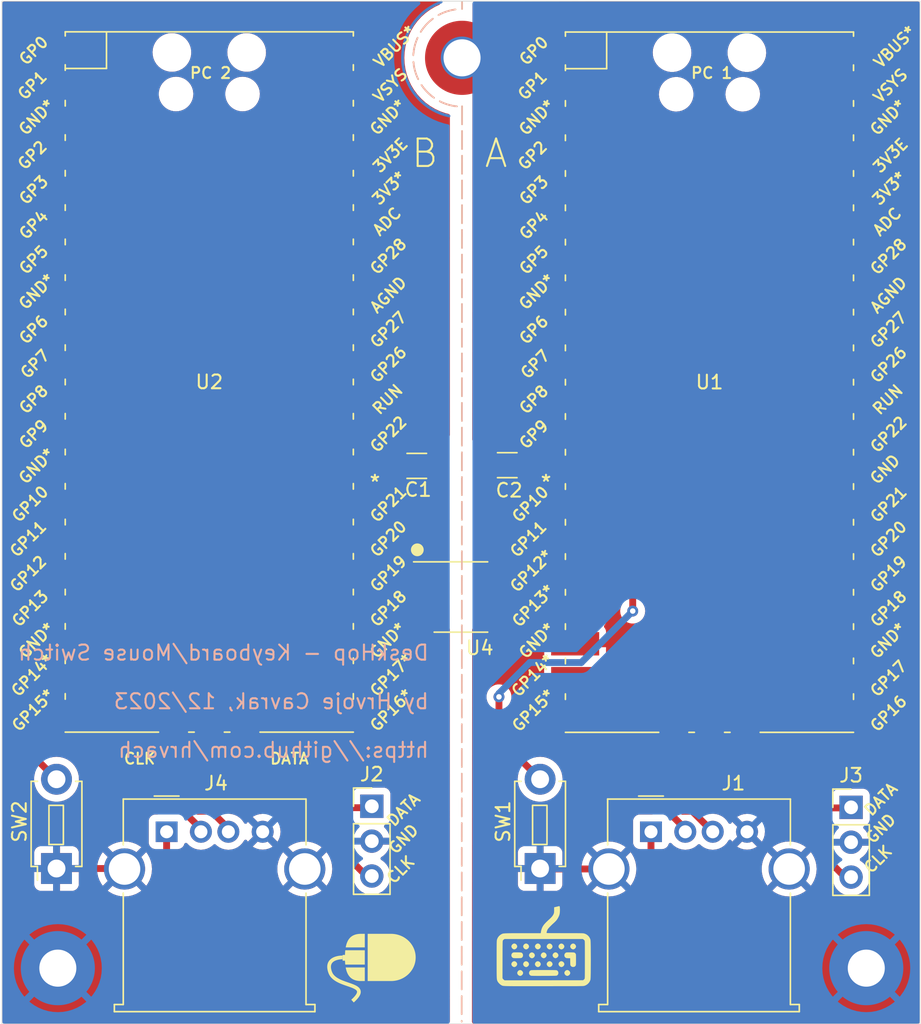
<source format=kicad_pcb>
(kicad_pcb (version 20221018) (generator pcbnew)
  (layers (0 "F.Cu" signal) (31 "B.Cu" signal) (34 "B.Paste" user) (35 "F.Paste" user) (36 "B.SilkS" user "B.Silkscreen") (37 "F.SilkS" user "F.Silkscreen") (38 "B.Mask" user) (39 "F.Mask" user) (44 "Edge.Cuts" user))
  (net 0 "")
  (net 1 "GND")
  (net 2 "Net-(J2-Pin_1)")
  (net 3 "Net-(J2-Pin_3)")
  (net 4 "Net-(J3-Pin_1)")
  (net 5 "Net-(J3-Pin_3)")
  (net 6 "Net-(U1-3V3)")
  (net 14 "UART A TX")
  (net 23 "Net-(J1-D+)")
  (net 24 "Net-(J1-D-)")
  (net 33 "UART A RX")
  (net 44 "UART B TX")
  (net 45 "UART B RX")
  (net 48 "3V3_BUS2")
  (net 62 "VBUS1")
  (net 64 "GND2")
  (net 65 "Net-(U1-GPIO10)")
  (net 67 "Net-(U2-GPIO10)")
  (net 68 "VBUS2")
  (net 69 "Net-(J4-D-)")
  (net 70 "Net-(J4-D+)")
  (footprint "MCU_RaspberryPi_and_Boards:RPi_Pico_SMD_Nohole" (layer "F.Cu") (at 85.344 68.834)
    (fp_text reference "U1")
    (fp_text value "Pico Primary")
  )
  (footprint "MCU_RaspberryPi_and_Boards:RPi_Pico_SMD_Nohole" (layer "F.Cu") (at 48.885523 68.818249)
    (fp_text reference "U2")
    (fp_text value "Pico Secondary")
  )
  (footprint "MountingHole:MountingHole_2.7mm_M2.5_Pad_TopOnly" (layer "F.Cu") (at 67.31 45.212)
    (fp_text reference "H3" hide)
    (fp_text value "MountingHole_Pad" hide)
  )
  (footprint "Capacitor_SMD:C_1206_3216Metric_Pad1.33x1.80mm_HandSolder" (layer "F.Cu") (at 70.604191 74.877665)
    (fp_text reference "C2")
    (fp_text value "100n")
  )
  (footprint "Connector_USB:USB_A_Molex_67643_Horizontal" (layer "F.Cu") (at 45.776 101.574)
    (fp_text reference "J4")
    (fp_text value "Mouse In" hide)
  )
  (footprint "Connector_PinHeader_2.54mm:PinHeader_1x03_P2.54mm_Vertical" (layer "F.Cu") (at 95.667537 99.795757)
    (fp_text reference "J3")
    (fp_text value "Debug1")
  )
  (footprint "MountingHole:MountingHole_2.7mm_M2.5_Pad_TopBottom" (layer "F.Cu") (at 96.774 111.506)
    (fp_text reference "H2" hide)
    (fp_text value "MountingHole_Pad" hide)
  )
  (footprint "Connector_USB:USB_A_Molex_67643_Horizontal" (layer "F.Cu") (at 81.082 101.574)
    (fp_text reference "J1")
    (fp_text value "Keyboard In" hide)
  )
  (footprint "MountingHole:MountingHole_2.7mm_M2.5_Pad_TopBottom" (layer "F.Cu") (at 37.846 111.506)
    (fp_text reference "H1" hide)
    (fp_text value "MountingHole_Pad" hide)
  )
  (footprint "Package_SO:SOIC-8_3.9x4.9mm_P1.27mm" (layer "F.Cu") (at 67.22807 84.47611)
    (fp_text reference "U4")
    (fp_text value "ADuM1201BR")
  )
  (footprint "Connector_PinHeader_2.54mm:PinHeader_1x03_P2.54mm_Vertical" (layer "F.Cu") (at 60.731042 99.717876)
    (fp_text reference "J2")
    (fp_text value "Debug2")
  )
  (footprint "Button_Switch_THT:SW_PUSH_1P1T_6x3.5mm_H5.0_APEM_MJTP1250" (layer "F.Cu") (at 73 104.25 90)
    (fp_text reference "SW1")
    (fp_text value "SW_Push" hide)
  )
  (footprint "Capacitor_SMD:C_1206_3216Metric_Pad1.33x1.80mm_HandSolder" (layer "F.Cu") (at 64.010036 74.929999 180)
    (fp_text reference "C1")
    (fp_text value "100n")
  )
  (footprint "Button_Switch_THT:SW_PUSH_1P1T_6x3.5mm_H5.0_APEM_MJTP1250" (layer "F.Cu") (at 37.75 104.25 90)
    (fp_text reference "SW2")
    (fp_text value "SW_Push" hide)
  )
  (gr_arc (start 66.360432 49.447208) (mid 62.980006 45.511702) (end 65.786 41.148001) (stroke (width 0.2)) (layer "B.Cu"))
  (gr_line (start 67.31 48.738426) (end 67.281783 115.407659) (stroke (width 0.12) (type dash)) (layer "B.SilkS"))
  (gr_arc (start 66.937741 48.748461) (mid 63.758888 45.025614) (end 67.31 41.656) (stroke (width 0.12) (type dash)) (layer "B.SilkS"))
  (gr_line (start 67.31 41.656) (end 67.31 41.148) (stroke (width 0.12)) (layer "B.SilkS"))
  (gr_poly (pts (xy 58.798165 110.543306) (xy 58.798165 110.962168) (xy 58.603088 110.962168) (xy 58.603088 110.543306)) (fill solid) (layer "F.SilkS"))
  (gr_poly (pts (xy 57.482433 111.378334) (xy 57.486179 111.323025) (xy 57.493468 111.269362) (xy 57.504299 111.217356) (xy 57.518673 111.167021) (xy 57.536591 111.118367) (xy 57.558054 111.071408) (xy 57.583061 111.026155) (xy 57.611615 110.98262) (xy 57.640028 110.945385) (xy 57.670484 110.910564) (xy 57.702794 110.878076) (xy 57.736771 110.847839) (xy 57.772228 110.819775) (xy 57.808977 110.793802) (xy 57.846831 110.76984) (xy 57.885601 110.747807) (xy 57.925102 110.727625) (xy 57.965144 110.709211) (xy 58.00554 110.692486) (xy 58.046103 110.677369) (xy 58.126981 110.651638) (xy 58.206276 110.631371) (xy 58.282487 110.615926) (xy 58.354116 110.604658) (xy 58.419661 110.596922) (xy 58.477623 110.592075) (xy 58.564795 110.588468) (xy 58.60363 110.588683) (xy 58.603617 110.588683) (xy 58.595362 110.859483) (xy 58.563375 110.859196) (xy 58.52556 110.860214) (xy 58.482716 110.862766) (xy 58.435645 110.867081) (xy 58.385147 110.873387) (xy 58.332022 110.881913) (xy 58.277071 110.892888) (xy 58.221094 110.906541) (xy 58.164892 110.923101) (xy 58.109265 110.942796) (xy 58.055014 110.965855) (xy 58.002938 110.992508) (xy 57.977967 111.007253) (xy 57.95384 111.022982) (xy 57.930657 111.039724) (xy 57.908519 111.057507) (xy 57.887525 111.07636) (xy 57.867775 111.096311) (xy 57.84937 111.11739) (xy 57.832409 111.139624) (xy 57.813791 111.168348) (xy 57.797659 111.198636) (xy 57.784012 111.230476) (xy 57.772851 111.263862) (xy 57.764176 111.298784) (xy 57.757987 111.335233) (xy 57.754283 111.3732) (xy 57.753066 111.412676) (xy 57.754334 111.453652) (xy 57.758088 111.496119) (xy 57.764329 111.540069) (xy 57.773055 111.585493) (xy 57.784267 111.63238) (xy 57.797965 111.680724) (xy 57.814149 111.730514) (xy 57.832819 111.781741) (xy 57.84911 111.820656) (xy 57.867573 111.858229) (xy 57.888127 111.8945) (xy 57.910689 111.929509) (xy 57.935177 111.963293) (xy 57.961509 111.995892) (xy 58.019376 112.057693) (xy 58.083632 112.115223) (xy 58.153618 112.168796) (xy 58.228678 112.218724) (xy 58.308153 112.26532) (xy 58.391386 112.308897) (xy 58.477719 112.349767) (xy 58.566493 112.388243) (xy 58.657052 112.424638) (xy 58.840891 112.492435) (xy 59.023974 112.555661) (xy 59.187753 112.612183) (xy 59.266552 112.640444) (xy 59.342782 112.669096) (xy 59.41606 112.69843) (xy 59.486004 112.728738) (xy 59.552231 112.760313) (xy 59.614358 112.793447) (xy 59.643765 112.810689) (xy 59.672004 112.828431) (xy 59.699027 112.846709) (xy 59.724786 112.865559) (xy 59.749234 112.885017) (xy 59.772322 112.905121) (xy 59.794003 112.925907) (xy 59.814229 112.947412) (xy 59.832952 112.969671) (xy 59.850124 112.992721) (xy 59.865699 113.0166) (xy 59.879627 113.041343) (xy 59.891861 113.066987) (xy 59.902353 113.093568) (xy 59.911056 113.121124) (xy 59.917921 113.14969) (xy 59.924621 113.194423) (xy 59.926498 113.239887) (xy 59.923498 113.286177) (xy 59.915567 113.333386) (xy 59.90265 113.381606) (xy 59.884694 113.430933) (xy 59.861643 113.481458) (xy 59.833445 113.533276) (xy 59.800044 113.58648) (xy 59.761387 113.641164) (xy 59.717418 113.69742) (xy 59.668085 113.755342) (xy 59.613333 113.815025) (xy 59.553108 113.87656) (xy 59.487355 113.940042) (xy 59.41602 114.005564) (xy 59.235045 113.803991) (xy 59.271218 113.771101) (xy 59.305325 113.739273) (xy 59.337424 113.708494) (xy 59.367573 113.678746) (xy 59.395829 113.650017) (xy 59.422249 113.622289) (xy 59.44689 113.595549) (xy 59.469809 113.569781) (xy 59.491065 113.544971) (xy 59.510715 113.521102) (xy 59.528814 113.49816) (xy 59.545422 113.47613) (xy 59.560596 113.454996) (xy 59.574392 113.434744) (xy 59.586868 113.415358) (xy 59.598081 113.396824) (xy 59.608089 113.379126) (xy 59.61695 113.362249) (xy 59.624719 113.346178) (xy 59.631455 113.330898) (xy 59.637215 113.316394) (xy 59.642057 113.302651) (xy 59.646037 113.289653) (xy 59.649213 113.277385) (xy 59.651642 113.265833) (xy 59.653383 113.254982) (xy 59.654491 113.244815) (xy 59.655024 113.235319) (xy 59.654596 113.218275) (xy 59.652557 113.203731) (xy 59.648621 113.189025) (xy 59.642895 113.174543) (xy 59.635441 113.160279) (xy 59.626317 113.146226) (xy 59.603303 113.118728) (xy 59.574333 113.091998) (xy 59.539884 113.065981) (xy 59.500437 113.040627) (xy 59.456471 113.015882) (xy 59.408464 112.991694) (xy 59.356897 112.968011) (xy 59.302248 112.944781) (xy 59.185622 112.899467) (xy 59.06242 112.855334) (xy 58.936476 112.811963) (xy 58.739717 112.743829) (xy 58.638965 112.707231) (xy 58.537716 112.668397) (xy 58.436782 112.626917) (xy 58.336977 112.582381) (xy 58.239114 112.534379) (xy 58.144006 112.482498) (xy 58.052467 112.42633) (xy 58.008289 112.39651) (xy 57.965309 112.365464) (xy 57.923627 112.33314) (xy 57.883346 112.299488) (xy 57.844567 112.264456) (xy 57.807391 112.227993) (xy 57.771921 112.190047) (xy 57.738258 112.150567) (xy 57.706503 112.109503) (xy 57.676759 112.066801) (xy 57.649127 112.022412) (xy 57.623708 111.976284) (xy 57.600604 111.928366) (xy 57.579918 111.878605) (xy 57.555346 111.810565) (xy 57.534312 111.744074) (xy 57.516817 111.679144) (xy 57.50286 111.615787) (xy 57.492443 111.554016) (xy 57.485566 111.493842) (xy 57.482229 111.435277)) (fill solid) (layer "F.SilkS"))
  (gr_line (start 67.31 48.738426) (end 67.281783 115.407659) (stroke (width 0.12) (type dash)) (layer "F.SilkS"))
  (gr_poly (pts (xy 58.773281 110.65812) (xy 58.7743 110.590897) (xy 58.77605 110.524421) (xy 58.778571 110.458727) (xy 58.781905 110.393853) (xy 58.786094 110.329834) (xy 58.791178 110.266707) (xy 58.797199 110.204507) (xy 60.221226 110.204507) (xy 60.221226 111.247336) (xy 58.797199 111.247336) (xy 58.791178 111.185136) (xy 58.786094 111.122011) (xy 58.781905 111.058001) (xy 58.778571 110.993144) (xy 58.77605 110.927482) (xy 58.7743 110.861053) (xy 58.77295 110.726054)) (fill solid) (layer "F.SilkS"))
  (gr_poly (pts (xy 75.409953 109.711596) (xy 75.414084 109.711996) (xy 75.418717 109.712651) (xy 75.423798 109.713553) (xy 75.429272 109.714694) (xy 75.435082 109.716066) (xy 75.447491 109.719465) (xy 75.453979 109.721476) (xy 75.460582 109.723683) (xy 75.467245 109.726077) (xy 75.473912 109.728651) (xy 75.480528 109.731395) (xy 75.487037 109.734301) (xy 75.493385 109.737361) (xy 75.499515 109.740565) (xy 75.511406 109.747709) (xy 75.523025 109.75597) (xy 75.534303 109.765237) (xy 75.545172 109.775399) (xy 75.555563 109.786346) (xy 75.565408 109.797967) (xy 75.57464 109.81015) (xy 75.583189 109.822785) (xy 75.590988 109.835761) (xy 75.597969 109.848967) (xy 75.604062 109.862293) (xy 75.609201 109.875627) (xy 75.613317 109.888859) (xy 75.616341 109.901877) (xy 75.618205 109.914572) (xy 75.618681 109.920763) (xy 75.618842 109.926832) (xy 75.618681 109.9329) (xy 75.618205 109.939091) (xy 75.617422 109.945389) (xy 75.616341 109.951781) (xy 75.614969 109.958251) (xy 75.613317 109.964786) (xy 75.611391 109.971371) (xy 75.609201 109.977991) (xy 75.604062 109.991282) (xy 75.597969 110.004543) (xy 75.590988 110.017659) (xy 75.583189 110.030515) (xy 75.57464 110.042996) (xy 75.565408 110.054987) (xy 75.555563 110.066372) (xy 75.545172 110.077037) (xy 75.539793 110.082063) (xy 75.534303 110.086866) (xy 75.528711 110.091431) (xy 75.523025 110.095744) (xy 75.517254 110.099791) (xy 75.511406 110.103557) (xy 75.50549 110.107027) (xy 75.499515 110.110189) (xy 75.493385 110.113426) (xy 75.487038 110.116578) (xy 75.480528 110.119627) (xy 75.473912 110.122558) (xy 75.467245 110.125352) (xy 75.460582 110.127992) (xy 75.453979 110.130462) (xy 75.447491 110.132744) (xy 75.441174 110.134822) (xy 75.435082 110.136678) (xy 75.429272 110.138295) (xy 75.423799 110.139657) (xy 75.418717 110.140745) (xy 75.414084 110.141544) (xy 75.409954 110.142035) (xy 75.406382 110.142203) (xy 75.40281 110.142035) (xy 75.398679 110.141544) (xy 75.394046 110.140745) (xy 75.388965 110.139657) (xy 75.383491 110.138295) (xy 75.377681 110.136678) (xy 75.365272 110.132744) (xy 75.352181 110.127992) (xy 75.338851 110.122558) (xy 75.332235 110.119627) (xy 75.325725 110.116578) (xy 75.319378 110.113426) (xy 75.313248 110.110189) (xy 75.301356 110.103589) (xy 75.289737 110.095864) (xy 75.278459 110.087115) (xy 75.267591 110.077446) (xy 75.2572 110.066958) (xy 75.247354 110.055754) (xy 75.238123 110.043936) (xy 75.229573 110.031607) (xy 75.221774 110.018868) (xy 75.214794 110.005823) (xy 75.2087 109.992572) (xy 75.203562 109.97922) (xy 75.199446 109.965867) (xy 75.196422 109.952616) (xy 75.194558 109.939571) (xy 75.194081 109.933157) (xy 75.193921 109.926832) (xy 75.194081 109.920507) (xy 75.194558 109.914093) (xy 75.195341 109.9076) (xy 75.196422 109.901042) (xy 75.197793 109.89443) (xy 75.199446 109.887778) (xy 75.201372 109.881097) (xy 75.203562 109.874399) (xy 75.2087 109.861003) (xy 75.214794 109.847688) (xy 75.221775 109.834552) (xy 75.229574 109.821693) (xy 75.238123 109.80921) (xy 75.247355 109.797199) (xy 75.2572 109.78576) (xy 75.267591 109.77499) (xy 75.27846 109.764988) (xy 75.289737 109.755851) (xy 75.295509 109.751637) (xy 75.301356 109.747677) (xy 75.307272 109.743982) (xy 75.313248 109.740565) (xy 75.319858 109.737361) (xy 75.326561 109.734301) (xy 75.333316 109.731395) (xy 75.340079 109.728651) (xy 75.346808 109.726077) (xy 75.35346 109.723683) (xy 75.359993 109.721476) (xy 75.366364 109.719465) (xy 75.37253 109.717659) (xy 75.378449 109.716066) (xy 75.384078 109.714694) (xy 75.389374 109.713553) (xy 75.394295 109.712651) (xy 75.398799 109.711996) (xy 75.402842 109.711596) (xy 75.406382 109.711461)) (fill solid) (layer "F.SilkS"))
  (gr_poly (pts (xy 60.221226 111.456608) (xy 60.221226 112.444972) (xy 59.941893 112.444972) (xy 59.875793 112.443793) (xy 59.812158 112.440281) (xy 59.750944 112.43448) (xy 59.692105 112.426429) (xy 59.635597 112.416172) (xy 59.581376 112.403748) (xy 59.529396 112.389201) (xy 59.479613 112.372571) (xy 59.431983 112.3539) (xy 59.386459 112.333229) (xy 59.342999 112.3106) (xy 59.301557 112.286055) (xy 59.262088 112.259634) (xy 59.224548 112.23138) (xy 59.188891 112.201334) (xy 59.155075 112.169538) (xy 59.123052 112.136032) (xy 59.09278 112.10086) (xy 59.064213 112.064061) (xy 59.037306 112.025678) (xy 59.012016 111.985751) (xy 58.988296 111.944324) (xy 58.945392 111.857131) (xy 58.908235 111.764431) (xy 58.876469 111.666556) (xy 58.849737 111.563837) (xy 58.827679 111.456608)) (fill solid) (layer "F.SilkS"))
  (gr_poly (pts (xy 62.135116 109.006435) (xy 62.227485 109.008671) (xy 62.318639 109.015309) (xy 62.408466 109.026241) (xy 62.496854 109.041358) (xy 62.583689 109.060552) (xy 62.668859 109.083717) (xy 62.752251 109.110743) (xy 62.833753 109.141524) (xy 62.913252 109.17595) (xy 62.990635 109.213914) (xy 63.06579 109.255309) (xy 63.138604 109.300027) (xy 63.208965 109.347958) (xy 63.276759 109.398996) (xy 63.341873 109.453033) (xy 63.404197 109.509961) (xy 63.463616 109.569672) (xy 63.520018 109.632058) (xy 63.57329 109.69701) (xy 63.62332 109.764422) (xy 63.669995 109.834185) (xy 63.713203 109.906192) (xy 63.75283 109.980334) (xy 63.788764 110.056504) (xy 63.820893 110.134593) (xy 63.849103 110.214495) (xy 63.873282 110.2961) (xy 63.893318 110.379301) (xy 63.909098 110.463991) (xy 63.920508 110.55006) (xy 63.927437 110.637402) (xy 63.929772 110.725908) (xy 63.927437 110.814365) (xy 63.920508 110.90166) (xy 63.909097 110.987688) (xy 63.893318 111.072338) (xy 63.873281 111.155504) (xy 63.849102 111.237078) (xy 63.820891 111.31695) (xy 63.788762 111.395014) (xy 63.752827 111.471161) (xy 63.7132 111.545283) (xy 63.669992 111.617273) (xy 63.623316 111.687021) (xy 63.573285 111.75442) (xy 63.520012 111.819362) (xy 63.46361 111.881739) (xy 63.40419 111.941442) (xy 63.341866 111.998365) (xy 63.276751 112.052398) (xy 63.208956 112.103433) (xy 63.138595 112.151364) (xy 63.065781 112.19608) (xy 62.990625 112.237476) (xy 62.913241 112.275441) (xy 62.833742 112.309869) (xy 62.752239 112.340652) (xy 62.668847 112.36768) (xy 62.583676 112.390847) (xy 62.496841 112.410044) (xy 62.408453 112.425163) (xy 62.318626 112.436096) (xy 62.227471 112.442735) (xy 62.135103 112.444972) (xy 62.135106 112.444976) (xy 62.13511 112.444979) (xy 62.135113 112.444982) (xy 62.135116 112.444986) (xy 60.430684 112.444986) (xy 60.430684 109.006435)) (fill solid) (layer "F.SilkS"))
  (gr_poly (pts (xy 71.971429 111.002828) (xy 71.973288 111.003199) (xy 71.975 111.003686) (xy 71.981325 111.003846) (xy 71.98774 111.004323) (xy 71.994233 111.005106) (xy 72.000791 111.006187) (xy 72.007402 111.007558) (xy 72.014055 111.009211) (xy 72.020736 111.011137) (xy 72.027434 111.013327) (xy 72.04083 111.018465) (xy 72.054145 111.024559) (xy 72.067281 111.03154) (xy 72.080139 111.039339) (xy 72.092623 111.047888) (xy 72.104634 111.05712) (xy 72.116073 111.066965) (xy 72.126843 111.077356) (xy 72.136845 111.088225) (xy 72.145982 111.099502) (xy 72.150195 111.105274) (xy 72.154155 111.111121) (xy 72.15785 111.117037) (xy 72.161267 111.123013) (xy 72.166696 111.13549) (xy 72.171954 111.148616) (xy 72.176871 111.161946) (xy 72.181276 111.175037) (xy 72.185 111.187446) (xy 72.186552 111.193256) (xy 72.18787 111.19873) (xy 72.188933 111.203811) (xy 72.189718 111.208444) (xy 72.190204 111.212575) (xy 72.190371 111.216147) (xy 72.190236 111.219719) (xy 72.189837 111.223849) (xy 72.189182 111.228482) (xy 72.18828 111.233564) (xy 72.187138 111.239037) (xy 72.185767 111.244847) (xy 72.182368 111.257256) (xy 72.180357 111.263744) (xy 72.17815 111.270347) (xy 72.175755 111.27701) (xy 72.173182 111.283677) (xy 72.170438 111.290293) (xy 72.167531 111.296802) (xy 72.164472 111.30315) (xy 72.161267 111.30928) (xy 72.154155 111.321172) (xy 72.145982 111.332791) (xy 72.136845 111.344069) (xy 72.126842 111.354937) (xy 72.116073 111.365328) (xy 72.104633 111.375174) (xy 72.092623 111.384405) (xy 72.080139 111.392954) (xy 72.067281 111.400753) (xy 72.054145 111.407734) (xy 72.04083 111.413828) (xy 72.027434 111.418966) (xy 72.014055 111.423082) (xy 72.000791 111.426106) (xy 71.98774 111.42797) (xy 71.981325 111.428446) (xy 71.975 111.428607) (xy 71.971429 111.428439) (xy 71.967298 111.427948) (xy 71.962665 111.427149) (xy 71.957584 111.42606) (xy 71.95211 111.424699) (xy 71.9463 111.423082) (xy 71.933891 111.419148) (xy 71.9208 111.414396) (xy 71.90747 111.408962) (xy 71.900854 111.406031) (xy 71.894345 111.402982) (xy 71.887997 111.39983) (xy 71.881867 111.396592) (xy 71.869976 111.389993) (xy 71.858357 111.382268) (xy 71.847079 111.373519) (xy 71.83621 111.36385) (xy 71.825819 111.353362) (xy 71.815974 111.342158) (xy 71.806742 111.33034) (xy 71.798193 111.318011) (xy 71.790394 111.305272) (xy 71.783413 111.292226) (xy 71.77732 111.278976) (xy 71.772181 111.265623) (xy 71.768066 111.252271) (xy 71.765041 111.23902) (xy 71.763177 111.225975) (xy 71.762701 111.219561) (xy 71.76254 111.213236) (xy 71.762701 111.206911) (xy 71.763177 111.200497) (xy 71.76396 111.194004) (xy 71.765041 111.187446) (xy 71.766413 111.180835) (xy 71.768066 111.174182) (xy 71.769991 111.167501) (xy 71.772181 111.160803) (xy 71.77732 111.147407) (xy 71.783413 111.134092) (xy 71.790394 111.120956) (xy 71.798193 111.108097) (xy 71.806742 111.095614) (xy 71.815974 111.083603) (xy 71.825819 111.072164) (xy 71.83621 111.061394) (xy 71.847079 111.051392) (xy 71.858357 111.042255) (xy 71.864128 111.038042) (xy 71.869976 111.034081) (xy 71.875892 111.030387) (xy 71.881867 111.02697) (xy 71.894345 111.021552) (xy 71.900854 111.018918) (xy 71.90747 111.016374) (xy 71.914137 111.013949) (xy 71.9208 111.011673) (xy 71.927403 111.009576) (xy 71.933891 111.007688) (xy 71.940208 111.006039) (xy 71.9463 111.004658) (xy 71.95211 111.003576) (xy 71.957584 111.002822) (xy 71.962665 111.002426) (xy 71.967298 111.002418)) (fill solid) (layer "F.SilkS"))
  (gr_arc (start 66.93774 48.748461) (mid 63.758888 45.025614) (end 67.31 41.656) (stroke (width 0.12) (type dash)) (layer "F.SilkS"))
  (gr_poly (pts (xy 58.849712 109.887864) (xy 58.876427 109.78505) (xy 58.90818 109.687098) (xy 58.945328 109.594337) (xy 58.988229 109.507099) (xy 59.011948 109.465654) (xy 59.037239 109.425713) (xy 59.064147 109.387318) (xy 59.092715 109.35051) (xy 59.12299 109.315331) (xy 59.155015 109.281821) (xy 59.188835 109.250022) (xy 59.224495 109.219976) (xy 59.262039 109.191722) (xy 59.301513 109.165304) (xy 59.342959 109.140762) (xy 59.386424 109.118137) (xy 59.431952 109.097471) (xy 59.479587 109.078805) (xy 59.529375 109.062181) (xy 59.581359 109.047639) (xy 59.635584 109.035221) (xy 59.692095 109.024968) (xy 59.750937 109.016922) (xy 59.812154 109.011123) (xy 59.875791 109.007614) (xy 59.941893 109.006435) (xy 60.221226 109.006435) (xy 60.221226 109.995209) (xy 58.827679 109.995209)) (fill solid) (layer "F.SilkS"))
  (gr_poly (pts (xy 74.396618 106.991515) (xy 74.402288 106.992041) (xy 74.407276 106.993018) (xy 74.411632 106.994453) (xy 74.415406 106.996352) (xy 74.418648 106.99872) (xy 74.421408 107.001564) (xy 74.423737 107.004888) (xy 74.425684 107.0087) (xy 74.427299 107.013005) (xy 74.428634 107.017809) (xy 74.429737 107.023117) (xy 74.430658 107.028936) (xy 74.431449 107.035271) (xy 74.434303 107.065893) (xy 74.437784 107.092363) (xy 74.440601 107.12131) (xy 74.444307 107.185083) (xy 74.445558 107.254109) (xy 74.444489 107.325284) (xy 74.441237 107.395503) (xy 74.435939 107.461664) (xy 74.428732 107.520662) (xy 74.424454 107.546506) (xy 74.41975 107.569395) (xy 74.414104 107.593448) (xy 74.407046 107.618576) (xy 74.398666 107.644625) (xy 74.389055 107.671441) (xy 74.378301 107.698871) (xy 74.366493 107.726762) (xy 74.353723 107.75496) (xy 74.340078 107.783311) (xy 74.325649 107.811662) (xy 74.310525 107.839859) (xy 74.294795 107.86775) (xy 74.27855 107.89518) (xy 74.261878 107.921996) (xy 74.24487 107.948045) (xy 74.227614 107.973173) (xy 74.2102 107.997226) (xy 74.193699 108.017684) (xy 74.173138 108.041383) (xy 74.149371 108.067468) (xy 74.123252 108.095089) (xy 74.095631 108.123392) (xy 74.067362 108.151524) (xy 74.039299 108.178633) (xy 74.012292 108.203866) (xy 73.972019 108.239667) (xy 73.932125 108.27595) (xy 73.854448 108.348886) (xy 73.781204 108.420527) (xy 73.714339 108.488723) (xy 73.655795 108.551325) (xy 73.630251 108.579857) (xy 73.607517 108.606185) (xy 73.587836 108.630041) (xy 73.57145 108.651155) (xy 73.558602 108.669259) (xy 73.549536 108.684084) (xy 73.542419 108.697383) (xy 73.535297 108.712029) (xy 73.528235 108.7278) (xy 73.521296 108.744475) (xy 73.514545 108.761833) (xy 73.508046 108.779651) (xy 73.496057 108.815781) (xy 73.490696 108.83365) (xy 73.485842 108.851092) (xy 73.48156 108.867887) (xy 73.477913 108.883812) (xy 73.474965 108.898645) (xy 73.47278 108.912165) (xy 73.471422 108.924151) (xy 73.470955 108.93438) (xy 73.471948 108.938479) (xy 73.476037 108.942065) (xy 73.50015 108.947841) (xy 73.556596 108.951979) (xy 73.658677 108.954753) (xy 74.052947 108.9573) (xy 74.789374 108.957664) (xy 75.469002 108.958391) (xy 75.704671 108.959505) (xy 75.882599 108.961302) (xy 76.01155 108.963916) (xy 76.060398 108.965573) (xy 76.100289 108.967486) (xy 76.132319 108.969672) (xy 76.157582 108.972147) (xy 76.177176 108.97493) (xy 76.192194 108.978036) (xy 76.236309 108.989888) (xy 76.279081 109.004634) (xy 76.320394 109.022168) (xy 76.360134 109.042384) (xy 76.398187 109.065175) (xy 76.434435 109.090434) (xy 76.468766 109.118055) (xy 76.501062 109.147932) (xy 76.53121 109.179957) (xy 76.559094 109.214025) (xy 76.5846 109.250028) (xy 76.607611 109.287859) (xy 76.628013 109.327414) (xy 76.645691 109.368584) (xy 76.660529 109.411263) (xy 76.672413 109.455345) (xy 76.682918 109.610643) (xy 76.690421 109.939747) (xy 76.696424 110.887997) (xy 76.690421 111.837339) (xy 76.682918 112.167807) (xy 76.672413 112.325015) (xy 76.661557 112.366122) (xy 76.64764 112.406393) (xy 76.630807 112.445675) (xy 76.611203 112.483815) (xy 76.588973 112.520658) (xy 76.564261 112.556052) (xy 76.537214 112.589843) (xy 76.507974 112.621878) (xy 76.476689 112.652002) (xy 76.443502 112.680063) (xy 76.408558 112.705908) (xy 76.372003 112.729381) (xy 76.333982 112.750331) (xy 76.294639 112.768604) (xy 76.254119 112.784045) (xy 76.212567 112.796503) (xy 76.17148 112.804188) (xy 76.091239 112.809963) (xy 75.704699 112.816876) (xy 73.267226 112.819786) (xy 72.246516 112.820719) (xy 71.838534 112.820886) (xy 71.491735 112.820696) (xy 71.200819 112.820028) (xy 70.960488 112.818763) (xy 70.765441 112.816782) (xy 70.683243 112.815486) (xy 70.610379 112.813966) (xy 70.546187 112.812207) (xy 70.490004 112.810194) (xy 70.441168 112.807913) (xy 70.399016 112.805348) (xy 70.362886 112.802485) (xy 70.332115 112.799308) (xy 70.306042 112.795803) (xy 70.284003 112.791955) (xy 70.265337 112.787749) (xy 70.24938 112.78317) (xy 70.235471 112.778203) (xy 70.222947 112.772833) (xy 70.211146 112.767045) (xy 70.199404 112.760825) (xy 70.173453 112.747026) (xy 70.156057 112.737303) (xy 70.137829 112.725726) (xy 70.118961 112.712487) (xy 70.099647 112.697776) (xy 70.080076 112.681787) (xy 70.060441 112.66471) (xy 70.040934 112.646738) (xy 70.021747 112.628063) (xy 70.003072 112.608876) (xy 69.9851 112.589369) (xy 69.968023 112.569734) (xy 69.952034 112.550163) (xy 69.937323 112.530849) (xy 69.924084 112.511981) (xy 69.912507 112.493754) (xy 69.902784 112.476357) (xy 69.877932 112.424902) (xy 69.859492 112.370854) (xy 69.846509 112.294433) (xy 69.842451 112.237703) (xy 70.257855 112.237703) (xy 70.289869 112.284269) (xy 70.293341 112.288764) (xy 70.29718 112.293489) (xy 70.301342 112.298402) (xy 70.305786 112.30346) (xy 70.315347 112.31384) (xy 70.325522 112.324288) (xy 70.33597 112.334463) (xy 70.34635 112.344024) (xy 70.351407 112.348468) (xy 70.35632 112.35263) (xy 70.361045 112.356469) (xy 70.36554 112.35994) (xy 70.412107 112.391955) (xy 73.273047 112.389045) (xy 76.133986 112.386134) (xy 76.168911 112.35703) (xy 76.172827 112.354136) (xy 76.176914 112.350936) (xy 76.181138 112.347463) (xy 76.185464 112.343751) (xy 76.189858 112.339834) (xy 76.194286 112.335747) (xy 76.203108 112.327198) (xy 76.211657 112.318376) (xy 76.215745 112.313948) (xy 76.219661 112.309554) (xy 76.223373 112.305228) (xy 76.226846 112.301004) (xy 76.230047 112.296917) (xy 76.23294 112.293001) (xy 76.242547 112.278443) (xy 76.249766 112.250209) (xy 76.254939 112.192165) (xy 76.258406 112.08818) (xy 76.261589 111.677857) (xy 76.262044 110.89018) (xy 76.261987 110.438594) (xy 76.261852 110.255743) (xy 76.261589 110.098774) (xy 76.261156 109.965629) (xy 76.260862 109.907347) (xy 76.260509 109.854248) (xy 76.260093 109.806076) (xy 76.259607 109.762572) (xy 76.259047 109.72348) (xy 76.258406 109.688542) (xy 76.257681 109.6575) (xy 76.256864 109.630098) (xy 76.255952 109.606078) (xy 76.254939 109.585182) (xy 76.253819 109.567154) (xy 76.253217 109.559134) (xy 76.252587 109.551734) (xy 76.251927 109.544923) (xy 76.251238 109.538668) (xy 76.250517 109.532936) (xy 76.249766 109.527696) (xy 76.248982 109.522915) (xy 76.248166 109.518561) (xy 76.247317 109.514603) (xy 76.246433 109.511007) (xy 76.245515 109.507742) (xy 76.244562 109.504775) (xy 76.243573 109.502075) (xy 76.242547 109.499609) (xy 76.241483 109.497345) (xy 76.240382 109.495251) (xy 76.239242 109.493294) (xy 76.238063 109.491443) (xy 76.235584 109.487928) (xy 76.23294 109.484449) (xy 76.229981 109.481011) (xy 76.226591 109.477275) (xy 76.218706 109.469078) (xy 76.209662 109.460199) (xy 76.199834 109.450979) (xy 76.189596 109.441759) (xy 76.179325 109.43288) (xy 76.169394 109.424683) (xy 76.16018 109.417509) (xy 76.113613 109.385494) (xy 70.409197 109.385494) (xy 70.36554 109.414599) (xy 70.361046 109.417525) (xy 70.356326 109.420817) (xy 70.351427 109.424434) (xy 70.346395 109.428332) (xy 70.341279 109.432469) (xy 70.336123 109.436802) (xy 70.330977 109.441288) (xy 70.325886 109.445886) (xy 70.320897 109.450551) (xy 70.316058 109.455242) (xy 70.311414 109.459916) (xy 70.307014 109.46453) (xy 70.302903 109.469042) (xy 70.299129 109.473409) (xy 70.295739 109.477589) (xy 70.29278 109.481538) (xy 70.283168 109.49692) (xy 70.275909 109.525467) (xy 70.270628 109.583346) (xy 70.26695 109.686723) (xy 70.262903 110.094636) (xy 70.260765 110.878538) (xy 70.257855 112.237703) (xy 69.842451 112.237703) (xy 69.838027 112.175857) (xy 69.833093 111.995343) (xy 69.830751 111.733109) (xy 69.830024 110.884359) (xy 69.830189 110.47054) (xy 69.830797 110.148433) (xy 69.832019 109.905521) (xy 69.834026 109.729288) (xy 69.835376 109.662263) (xy 69.836987 109.607215) (xy 69.838879 109.562577) (xy 69.841074 109.526786) (xy 69.843593 109.498277) (xy 69.846457 109.475484) (xy 69.849688 109.456845) (xy 69.853307 109.440792) (xy 69.862206 109.410544) (xy 69.87252 109.380936) (xy 69.884233 109.351992) (xy 69.897327 109.323739) (xy 69.911785 109.296202) (xy 69.927591 109.269408) (xy 69.944727 109.24338) (xy 69.963175 109.218146) (xy 69.98292 109.19373) (xy 70.003944 109.170158) (xy 70.02623 109.147456) (xy 70.04976 109.125649) (xy 70.074519 109.104763) (xy 70.100488 109.084824) (xy 70.127651 109.065856) (xy 70.15599 109.047886) (xy 70.207292 109.019066) (xy 70.260811 108.997409) (xy 70.294551 108.988946) (xy 70.336226 108.98189) (xy 70.453217 108.971488) (xy 70.631463 108.965178) (xy 70.890643 108.961938) (xy 71.730526 108.960574) (xy 73.046034 108.960574) (xy 73.060586 108.855799) (xy 73.064775 108.829996) (xy 73.069675 108.803951) (xy 73.07525 108.777761) (xy 73.081459 108.751524) (xy 73.088265 108.725338) (xy 73.09563 108.699301) (xy 73.103515 108.673512) (xy 73.111882 108.648068) (xy 73.120692 108.623067) (xy 73.129907 108.598608) (xy 73.139489 108.574788) (xy 73.149399 108.551706) (xy 73.159599 108.529459) (xy 73.170051 108.508146) (xy 73.180715 108.487865) (xy 73.191555 108.468713) (xy 73.227196 108.41258) (xy 73.246053 108.385266) (xy 73.266043 108.357981) (xy 73.2875 108.330373) (xy 73.310757 108.302086) (xy 73.336145 108.272768) (xy 73.363997 108.242065) (xy 73.428424 108.175085) (xy 73.506698 108.098317) (xy 73.60148 108.00893) (xy 73.71543 107.904093) (xy 73.741621 107.879605) (xy 73.766709 107.855258) (xy 73.790679 107.831056) (xy 73.81352 107.807003) (xy 73.835218 107.783103) (xy 73.855761 107.759362) (xy 73.875135 107.735782) (xy 73.893329 107.712369) (xy 73.910329 107.689126) (xy 73.926122 107.666058) (xy 73.940697 107.643169) (xy 73.954039 107.620463) (xy 73.966136 107.597945) (xy 73.976975 107.575619) (xy 73.986544 107.553489) (xy 73.99483 107.531559) (xy 74.001805 107.51159) (xy 74.007518 107.490222) (xy 74.012071 107.466331) (xy 74.015567 107.43879) (xy 74.018107 107.406474) (xy 74.019796 107.368258) (xy 74.020733 107.323015) (xy 74.021023 107.269622) (xy 74.021023 107.074624) (xy 74.195649 107.033878) (xy 74.274901 107.013886) (xy 74.306627 107.006156) (xy 74.33362 106.999999) (xy 74.345468 106.997525) (xy 74.356283 106.995462) (xy 74.366115 106.993816) (xy 74.375014 106.992592) (xy 74.383031 106.991797) (xy 74.390216 106.991436)) (fill solid) (layer "F.SilkS"))
  (gr_poly (pts (xy 71.12 110.998) (xy 71.12413 110.9984) (xy 71.128764 110.999055) (xy 71.133845 110.999957) (xy 71.139318 111.001098) (xy 71.145128 111.00247) (xy 71.157537 111.005869) (xy 71.164026 111.00788) (xy 71.170629 111.010087) (xy 71.177291 111.012481) (xy 71.183959 111.015055) (xy 71.190575 111.017799) (xy 71.197084 111.020705) (xy 71.203431 111.023765) (xy 71.209561 111.02697) (xy 71.221453 111.034113) (xy 71.233072 111.042374) (xy 71.24435 111.051641) (xy 71.255218 111.061803) (xy 71.265609 111.07275) (xy 71.275455 111.084371) (xy 71.284686 111.096554) (xy 71.293235 111.109189) (xy 71.301034 111.122165) (xy 71.308015 111.135371) (xy 71.314109 111.148697) (xy 71.319247 111.162031) (xy 71.323363 111.175263) (xy 71.326387 111.188282) (xy 71.328251 111.200976) (xy 71.328727 111.207168) (xy 71.328888 111.213236) (xy 71.328727 111.219305) (xy 71.328251 111.225495) (xy 71.327468 111.231793) (xy 71.326387 111.238185) (xy 71.325016 111.244655) (xy 71.323363 111.25119) (xy 71.321437 111.257775) (xy 71.319247 111.264396) (xy 71.314109 111.277687) (xy 71.308015 111.290948) (xy 71.301035 111.304064) (xy 71.293236 111.31692) (xy 71.284686 111.3294) (xy 71.275455 111.341391) (xy 71.265609 111.352776) (xy 71.255218 111.363441) (xy 71.249839 111.368467) (xy 71.24435 111.37327) (xy 71.238758 111.377835) (xy 71.233072 111.382148) (xy 71.227301 111.386195) (xy 71.221453 111.389961) (xy 71.215537 111.393431) (xy 71.209561 111.396592) (xy 71.203431 111.39983) (xy 71.197084 111.402982) (xy 71.190574 111.406031) (xy 71.183959 111.408962) (xy 71.177291 111.411756) (xy 71.170629 111.414396) (xy 71.164025 111.416866) (xy 71.157537 111.419148) (xy 71.15122 111.421226) (xy 71.145128 111.423082) (xy 71.139318 111.424699) (xy 71.133845 111.42606) (xy 71.128764 111.427149) (xy 71.12413 111.427948) (xy 71.12 111.428439) (xy 71.116428 111.428607) (xy 71.112856 111.428439) (xy 71.108725 111.427948) (xy 71.104092 111.427149) (xy 71.099011 111.42606) (xy 71.093537 111.424699) (xy 71.087727 111.423082) (xy 71.075318 111.419148) (xy 71.062227 111.414396) (xy 71.048897 111.408962) (xy 71.042281 111.406031) (xy 71.035772 111.402982) (xy 71.029424 111.39983) (xy 71.023294 111.396592) (xy 71.011403 111.389993) (xy 70.999784 111.382268) (xy 70.988506 111.373519) (xy 70.977637 111.36385) (xy 70.967246 111.353362) (xy 70.957401 111.342158) (xy 70.948169 111.33034) (xy 70.93962 111.318011) (xy 70.931821 111.305272) (xy 70.924841 111.292226) (xy 70.918747 111.278976) (xy 70.913608 111.265623) (xy 70.909493 111.252271) (xy 70.906469 111.23902) (xy 70.904604 111.225975) (xy 70.904128 111.219561) (xy 70.903967 111.213236) (xy 70.904128 111.206911) (xy 70.904604 111.200497) (xy 70.905387 111.194004) (xy 70.906469 111.187446) (xy 70.90784 111.180835) (xy 70.909493 111.174182) (xy 70.911418 111.167501) (xy 70.913608 111.160803) (xy 70.918747 111.147407) (xy 70.924841 111.134092) (xy 70.931821 111.120956) (xy 70.93962 111.108097) (xy 70.948169 111.095614) (xy 70.957401 111.083603) (xy 70.967246 111.072164) (xy 70.977637 111.061394) (xy 70.988506 111.051392) (xy 70.999784 111.042255) (xy 71.005555 111.038042) (xy 71.011403 111.034081) (xy 71.017319 111.030387) (xy 71.023294 111.02697) (xy 71.035772 111.021541) (xy 71.048897 111.016283) (xy 71.062227 111.011366) (xy 71.075318 111.00696) (xy 71.087727 111.003237) (xy 71.093537 111.001685) (xy 71.099011 111.000366) (xy 71.104092 110.999304) (xy 71.108725 110.998519) (xy 71.112856 110.998032) (xy 71.116428 110.997865)) (fill solid) (layer "F.SilkS"))
  (gr_poly (pts (xy 72.836484 111.000776) (xy 72.840056 111.000911) (xy 72.844186 111.00131) (xy 72.84882 111.001965) (xy 72.853901 111.002868) (xy 72.859374 111.004009) (xy 72.865184 111.00538) (xy 72.877594 111.008779) (xy 72.884082 111.01079) (xy 72.890685 111.012997) (xy 72.897348 111.015392) (xy 72.904015 111.017965) (xy 72.910631 111.02071) (xy 72.91714 111.023616) (xy 72.923487 111.026675) (xy 72.929617 111.02988) (xy 72.941509 111.036992) (xy 72.953128 111.045165) (xy 72.964406 111.054302) (xy 72.975274 111.064305) (xy 72.985665 111.075075) (xy 72.995511 111.086514) (xy 73.004742 111.098524) (xy 73.013292 111.111008) (xy 73.021091 111.123867) (xy 73.028071 111.137003) (xy 73.034165 111.150318) (xy 73.039304 111.163714) (xy 73.043419 111.177093) (xy 73.046443 111.190356) (xy 73.048308 111.203407) (xy 73.048784 111.209822) (xy 73.048944 111.216147) (xy 73.048809 111.219719) (xy 73.04841 111.223849) (xy 73.047755 111.228482) (xy 73.046852 111.233564) (xy 73.045711 111.239037) (xy 73.04434 111.244847) (xy 73.040941 111.257256) (xy 73.03893 111.263744) (xy 73.036723 111.270347) (xy 73.034328 111.27701) (xy 73.031755 111.283677) (xy 73.02901 111.290293) (xy 73.026104 111.296802) (xy 73.023045 111.30315) (xy 73.01984 111.30928) (xy 73.012728 111.321172) (xy 73.004555 111.332791) (xy 72.995418 111.344069) (xy 72.985415 111.354937) (xy 72.974646 111.365328) (xy 72.963206 111.375174) (xy 72.951196 111.384405) (xy 72.938712 111.392954) (xy 72.925853 111.400753) (xy 72.912717 111.407734) (xy 72.899402 111.413828) (xy 72.886006 111.418966) (xy 72.872627 111.423082) (xy 72.859364 111.426106) (xy 72.846313 111.42797) (xy 72.839898 111.428446) (xy 72.833573 111.428607) (xy 72.830001 111.428439) (xy 72.825871 111.427948) (xy 72.821238 111.427149) (xy 72.816156 111.42606) (xy 72.810683 111.424699) (xy 72.804873 111.423082) (xy 72.792464 111.419148) (xy 72.779373 111.414396) (xy 72.766043 111.408962) (xy 72.759427 111.406031) (xy 72.752917 111.402982) (xy 72.74657 111.39983) (xy 72.74044 111.396592) (xy 72.728548 111.389993) (xy 72.71693 111.382268) (xy 72.705652 111.373519) (xy 72.694783 111.36385) (xy 72.684392 111.353362) (xy 72.674547 111.342158) (xy 72.665315 111.33034) (xy 72.656766 111.318011) (xy 72.648967 111.305272) (xy 72.641986 111.292226) (xy 72.635893 111.278976) (xy 72.630754 111.265623) (xy 72.626638 111.252271) (xy 72.623614 111.23902) (xy 72.62175 111.225975) (xy 72.621274 111.219561) (xy 72.621113 111.213236) (xy 72.621274 111.206911) (xy 72.62175 111.200497) (xy 72.622533 111.194004) (xy 72.623614 111.187446) (xy 72.624986 111.180835) (xy 72.626638 111.174182) (xy 72.628564 111.167501) (xy 72.630754 111.160803) (xy 72.635893 111.147407) (xy 72.641986 111.134092) (xy 72.648967 111.120956) (xy 72.656766 111.108097) (xy 72.665315 111.095614) (xy 72.674547 111.083603) (xy 72.684392 111.072164) (xy 72.694783 111.061394) (xy 72.705652 111.051392) (xy 72.71693 111.042255) (xy 72.722701 111.038042) (xy 72.728548 111.034081) (xy 72.734465 111.030387) (xy 72.74044 111.02697) (xy 72.752804 111.021547) (xy 72.765679 111.016328) (xy 72.778759 111.011519) (xy 72.785279 111.009332) (xy 72.791736 111.007324) (xy 72.798091 111.005521) (xy 72.804304 111.003948) (xy 72.810339 111.00263) (xy 72.816156 111.001594) (xy 72.821718 111.000865) (xy 72.826985 111.000469) (xy 72.83192 111.000431)) (fill solid) (layer "F.SilkS"))
  (gr_poly (pts (xy 73.255435 110.357196) (xy 73.258494 110.357573) (xy 73.264819 110.357734) (xy 73.271234 110.35821) (xy 73.277726 110.358993) (xy 73.284284 110.360074) (xy 73.290896 110.361446) (xy 73.297548 110.363098) (xy 73.304229 110.365024) (xy 73.310927 110.367214) (xy 73.324323 110.372353) (xy 73.337638 110.378446) (xy 73.350774 110.385427) (xy 73.363633 110.393226) (xy 73.376117 110.401775) (xy 73.388127 110.411007) (xy 73.399566 110.420852) (xy 73.410336 110.431243) (xy 73.420339 110.442112) (xy 73.429476 110.45339) (xy 73.433689 110.459161) (xy 73.437649 110.465009) (xy 73.441344 110.470925) (xy 73.444761 110.4769) (xy 73.450189 110.489378) (xy 73.455448 110.502503) (xy 73.460365 110.515833) (xy 73.46477 110.528924) (xy 73.468493 110.541333) (xy 73.470046 110.547143) (xy 73.471364 110.552617) (xy 73.472426 110.557698) (xy 73.473211 110.562331) (xy 73.473698 110.566462) (xy 73.473865 110.570034) (xy 73.473704 110.576102) (xy 73.473228 110.582293) (xy 73.472445 110.588591) (xy 73.471364 110.594983) (xy 73.469992 110.601453) (xy 73.46834 110.607988) (xy 73.466414 110.614573) (xy 73.464224 110.621193) (xy 73.459085 110.634484) (xy 73.452992 110.647745) (xy 73.446011 110.660861) (xy 73.438212 110.673717) (xy 73.429663 110.686198) (xy 73.420431 110.698189) (xy 73.410586 110.709574) (xy 73.400195 110.720238) (xy 73.394816 110.725265) (xy 73.389326 110.730068) (xy 73.383734 110.734633) (xy 73.378048 110.738946) (xy 73.372277 110.742993) (xy 73.36643 110.746758) (xy 73.360513 110.750229) (xy 73.354538 110.75339) (xy 73.348408 110.756627) (xy 73.342061 110.759779) (xy 73.335551 110.762829) (xy 73.328935 110.765759) (xy 73.322268 110.768553) (xy 73.315605 110.771194) (xy 73.309002 110.773664) (xy 73.302514 110.775946) (xy 73.296197 110.778023) (xy 73.290105 110.779879) (xy 73.284295 110.781497) (xy 73.278822 110.782858) (xy 73.273741 110.783947) (xy 73.269107 110.784745) (xy 73.264977 110.785237) (xy 73.261405 110.785405) (xy 73.257833 110.785237) (xy 73.253702 110.784745) (xy 73.249069 110.783947) (xy 73.243988 110.782858) (xy 73.238514 110.781497) (xy 73.232704 110.779879) (xy 73.220295 110.775946) (xy 73.207204 110.771194) (xy 73.193874 110.765759) (xy 73.187258 110.762829) (xy 73.180748 110.759779) (xy 73.174401 110.756627) (xy 73.168271 110.75339) (xy 73.156379 110.74679) (xy 73.144761 110.739065) (xy 73.133483 110.730317) (xy 73.122614 110.720648) (xy 73.112223 110.71016) (xy 73.102378 110.698956) (xy 73.093146 110.687138) (xy 73.084597 110.674809) (xy 73.076798 110.66207) (xy 73.069817 110.649024) (xy 73.063724 110.635774) (xy 73.058585 110.622421) (xy 73.05447 110.609068) (xy 73.051445 110.595818) (xy 73.049581 110.582773) (xy 73.049105 110.576358) (xy 73.048944 110.570034) (xy 73.049105 110.563709) (xy 73.049581 110.557294) (xy 73.050364 110.550802) (xy 73.051445 110.544244) (xy 73.052817 110.537632) (xy 73.05447 110.53098) (xy 73.056395 110.524299) (xy 73.058585 110.517601) (xy 73.063724 110.504205) (xy 73.069817 110.49089) (xy 73.076798 110.477754) (xy 73.084597 110.464895) (xy 73.093146 110.452412) (xy 73.102378 110.440401) (xy 73.112223 110.428962) (xy 73.122614 110.418192) (xy 73.133483 110.40819) (xy 73.144761 110.399053) (xy 73.150532 110.394839) (xy 73.156379 110.390879) (xy 73.162295 110.387184) (xy 73.168271 110.383767) (xy 73.1744 110.380563) (xy 73.180743 110.377509) (xy 73.187239 110.374616) (xy 73.193829 110.371898) (xy 73.200452 110.369368) (xy 73.207051 110.367038) (xy 73.213563 110.364921) (xy 73.219931 110.363031) (xy 73.226095 110.361378) (xy 73.231994 110.359978) (xy 73.237569 110.358842) (xy 73.24276 110.357983) (xy 73.247508 110.357413) (xy 73.251753 110.357147)) (fill solid) (layer "F.SilkS"))
  (gr_poly (pts (xy 73.695718 109.711596) (xy 73.699849 109.711996) (xy 73.704482 109.712651) (xy 73.709563 109.713553) (xy 73.715037 109.714694) (xy 73.720847 109.716066) (xy 73.733256 109.719465) (xy 73.739744 109.721476) (xy 73.746347 109.723683) (xy 73.75301 109.726077) (xy 73.759677 109.728651) (xy 73.766293 109.731395) (xy 73.772802 109.734301) (xy 73.779149 109.737361) (xy 73.785279 109.740565) (xy 73.797171 109.747709) (xy 73.80879 109.75597) (xy 73.820068 109.765237) (xy 73.830937 109.775399) (xy 73.841328 109.786346) (xy 73.851173 109.797967) (xy 73.860405 109.81015) (xy 73.868954 109.822785) (xy 73.876753 109.835761) (xy 73.883734 109.848967) (xy 73.889827 109.862293) (xy 73.894966 109.875627) (xy 73.899081 109.888859) (xy 73.902105 109.901877) (xy 73.90397 109.914572) (xy 73.904446 109.920763) (xy 73.904607 109.926832) (xy 73.904446 109.9329) (xy 73.90397 109.939091) (xy 73.903187 109.945389) (xy 73.902105 109.951781) (xy 73.900734 109.958251) (xy 73.899081 109.964786) (xy 73.897156 109.971371) (xy 73.894966 109.977991) (xy 73.889827 109.991282) (xy 73.883733 110.004543) (xy 73.876753 110.017659) (xy 73.868954 110.030515) (xy 73.860405 110.042996) (xy 73.851173 110.054987) (xy 73.841328 110.066372) (xy 73.830937 110.077037) (xy 73.825558 110.082063) (xy 73.820068 110.086866) (xy 73.814476 110.091431) (xy 73.80879 110.095744) (xy 73.803019 110.099791) (xy 73.797171 110.103557) (xy 73.791255 110.107027) (xy 73.785279 110.110189) (xy 73.779149 110.113426) (xy 73.772802 110.116578) (xy 73.766293 110.119627) (xy 73.759677 110.122558) (xy 73.75301 110.125352) (xy 73.746347 110.127992) (xy 73.739744 110.130462) (xy 73.733256 110.132744) (xy 73.726938 110.134822) (xy 73.720847 110.136678) (xy 73.715037 110.138295) (xy 73.709563 110.139657) (xy 73.704482 110.140745) (xy 73.699849 110.141544) (xy 73.695718 110.142035) (xy 73.692146 110.142203) (xy 73.688574 110.142035) (xy 73.684444 110.141544) (xy 73.67981 110.140745) (xy 73.674729 110.139657) (xy 73.669256 110.138295) (xy 73.663446 110.136678) (xy 73.651037 110.132744) (xy 73.637946 110.127992) (xy 73.624616 110.122558) (xy 73.618 110.119627) (xy 73.61149 110.116578) (xy 73.605143 110.113426) (xy 73.599013 110.110189) (xy 73.587121 110.103589) (xy 73.575502 110.095864) (xy 73.564224 110.087115) (xy 73.553356 110.077446) (xy 73.542965 110.066958) (xy 73.533119 110.055754) (xy 73.523888 110.043936) (xy 73.515338 110.031607) (xy 73.507539 110.018868) (xy 73.500559 110.005823) (xy 73.494465 109.992572) (xy 73.489327 109.97922) (xy 73.485211 109.965867) (xy 73.482187 109.952616) (xy 73.480323 109.939571) (xy 73.479847 109.933157) (xy 73.479686 109.926832) (xy 73.479847 109.920507) (xy 73.480323 109.914093) (xy 73.481106 109.9076) (xy 73.482187 109.901042) (xy 73.483558 109.89443) (xy 73.485211 109.887778) (xy 73.487137 109.881097) (xy 73.489327 109.874399) (xy 73.494465 109.861003) (xy 73.500559 109.847688) (xy 73.50754 109.834552) (xy 73.515339 109.821693) (xy 73.523888 109.80921) (xy 73.533119 109.797199) (xy 73.542965 109.78576) (xy 73.553356 109.77499) (xy 73.564225 109.764988) (xy 73.575502 109.755851) (xy 73.581274 109.751637) (xy 73.587121 109.747677) (xy 73.593037 109.743982) (xy 73.599013 109.740565) (xy 73.605143 109.737361) (xy 73.61149 109.734301) (xy 73.618 109.731395) (xy 73.624616 109.728651) (xy 73.631283 109.726077) (xy 73.637946 109.723683) (xy 73.644549 109.721476) (xy 73.651037 109.719465) (xy 73.657354 109.717659) (xy 73.663446 109.716066) (xy 73.669256 109.714694) (xy 73.674729 109.713553) (xy 73.67981 109.712651) (xy 73.684444 109.711996) (xy 73.688574 109.711596) (xy 73.692146 109.711461)) (fill solid) (layer "F.SilkS"))
  (gr_line (start 67.31 41.656) (end 67.31 41.148) (stroke (width 0.12)) (layer "F.SilkS"))
  (gr_poly (pts (xy 71.547169 111.643978) (xy 71.550741 111.644113) (xy 71.554872 111.644512) (xy 71.559505 111.645168) (xy 71.564586 111.64607) (xy 71.57006 111.647211) (xy 71.57587 111.648582) (xy 71.588279 111.651982) (xy 71.594767 111.653993) (xy 71.60137 111.6562) (xy 71.608033 111.658594) (xy 71.6147 111.661168) (xy 71.621316 111.663912) (xy 71.627825 111.666818) (xy 71.634173 111.669878) (xy 71.640303 111.673082) (xy 71.652194 111.680194) (xy 71.663813 111.688368) (xy 71.675091 111.697505) (xy 71.68596 111.707507) (xy 71.696351 111.718277) (xy 71.706196 111.729716) (xy 71.715428 111.741726) (xy 71.723977 111.75421) (xy 71.731776 111.767069) (xy 71.738757 111.780205) (xy 71.74485 111.79352) (xy 71.749989 111.806916) (xy 71.754104 111.820295) (xy 71.757129 111.833559) (xy 71.758993 111.846609) (xy 71.759469 111.853024) (xy 71.75963 111.859349) (xy 71.759495 111.862921) (xy 71.759095 111.867051) (xy 71.75844 111.871685) (xy 71.757538 111.876766) (xy 71.756397 111.882239) (xy 71.755025 111.888049) (xy 71.751626 111.900458) (xy 71.749615 111.906946) (xy 71.747408 111.913549) (xy 71.745014 111.920212) (xy 71.74244 111.926879) (xy 71.739696 111.933495) (xy 71.73679 111.940005) (xy 71.73373 111.946352) (xy 71.730525 111.952482) (xy 71.723414 111.964374) (xy 71.71524 111.975993) (xy 71.706103 111.987271) (xy 71.696101 111.998139) (xy 71.685331 112.00853) (xy 71.673892 112.018376) (xy 71.661881 112.027607) (xy 71.649398 112.036157) (xy 71.636539 112.043956) (xy 71.623403 112.050936) (xy 71.610088 112.05703) (xy 71.596692 112.062169) (xy 71.583313 112.066284) (xy 71.570049 112.069308) (xy 71.556998 112.071173) (xy 71.550584 112.071649) (xy 71.544259 112.071809) (xy 71.540687 112.071642) (xy 71.536556 112.07115) (xy 71.531923 112.070351) (xy 71.526842 112.069263) (xy 71.521368 112.067901) (xy 71.515558 112.066284) (xy 71.503149 112.06235) (xy 71.490058 112.057598) (xy 71.476728 112.052164) (xy 71.470112 112.049234) (xy 71.463603 112.046184) (xy 71.457255 112.043032) (xy 71.451126 112.039795) (xy 71.439234 112.033195) (xy 71.427615 112.02547) (xy 71.416337 112.016722) (xy 71.405468 112.007052) (xy 71.395077 111.996565) (xy 71.385232 111.985361) (xy 71.376 111.973543) (xy 71.367451 111.961213) (xy 71.359652 111.948474) (xy 71.352672 111.935429) (xy 71.346578 111.922178) (xy 71.341439 111.908826) (xy 71.337324 111.895473) (xy 71.3343 111.882222) (xy 71.332435 111.869177) (xy 71.331959 111.862763) (xy 71.331799 111.856438) (xy 71.331959 111.850113) (xy 71.332435 111.843699) (xy 71.333218 111.837206) (xy 71.3343 111.830648) (xy 71.335671 111.824037) (xy 71.337324 111.817384) (xy 71.339249 111.810703) (xy 71.341439 111.804005) (xy 71.346578 111.790609) (xy 71.352672 111.777294) (xy 71.359652 111.764158) (xy 71.367451 111.7513) (xy 71.376 111.738816) (xy 71.385232 111.726806) (xy 71.395077 111.715366) (xy 71.405468 111.704597) (xy 71.416337 111.694594) (xy 71.427615 111.685457) (xy 71.433386 111.681244) (xy 71.439234 111.677284) (xy 71.44515 111.673589) (xy 71.451126 111.670172) (xy 71.463609 111.664749) (xy 71.476774 111.659531) (xy 71.490212 111.654722) (xy 71.496905 111.652535) (xy 71.503513 111.650527) (xy 71.509985 111.648723) (xy 71.516269 111.64715) (xy 71.522314 111.645833) (xy 71.52807 111.644797) (xy 71.533484 111.644068) (xy 71.538506 111.643671) (xy 71.543085 111.643633)) (fill solid) (layer "F.SilkS"))
  (gr_poly (pts (xy 74.557201 109.714507) (xy 74.561332 109.714906) (xy 74.565965 109.715561) (xy 74.571046 109.716464) (xy 74.576519 109.717605) (xy 74.58233 109.718976) (xy 74.594739 109.722375) (xy 74.601227 109.724386) (xy 74.60783 109.726593) (xy 74.614493 109.728988) (xy 74.62116 109.731561) (xy 74.627776 109.734305) (xy 74.634285 109.737212) (xy 74.640633 109.740271) (xy 74.646762 109.743476) (xy 74.658654 109.750588) (xy 74.670273 109.758761) (xy 74.681551 109.767898) (xy 74.69242 109.777901) (xy 74.702811 109.78867) (xy 74.712656 109.80011) (xy 74.721888 109.81212) (xy 74.730437 109.824604) (xy 74.738236 109.837463) (xy 74.745217 109.850599) (xy 74.75131 109.863914) (xy 74.756449 109.87731) (xy 74.760565 109.890688) (xy 74.763589 109.903952) (xy 74.765453 109.917003) (xy 74.765929 109.923418) (xy 74.76609 109.929742) (xy 74.765955 109.933314) (xy 74.765555 109.937445) (xy 74.7649 109.942078) (xy 74.763998 109.947159) (xy 74.762857 109.952633) (xy 74.761485 109.958443) (xy 74.758086 109.970852) (xy 74.756075 109.97734) (xy 74.753868 109.983943) (xy 74.751474 109.990606) (xy 74.7489 109.997273) (xy 74.746156 110.003889) (xy 74.74325 110.010398) (xy 74.74019 110.016746) (xy 74.736986 110.022876) (xy 74.729874 110.034768) (xy 74.7217 110.046387) (xy 74.712563 110.057665) (xy 74.702561 110.068533) (xy 74.691791 110.078924) (xy 74.680352 110.08877) (xy 74.668342 110.098001) (xy 74.655858 110.106551) (xy 74.642999 110.11435) (xy 74.629863 110.12133) (xy 74.616548 110.127424) (xy 74.603152 110.132562) (xy 74.589773 110.136678) (xy 74.576509 110.139702) (xy 74.563458 110.141567) (xy 74.557044 110.142043) (xy 74.550719 110.142203) (xy 74.547147 110.142035) (xy 74.543017 110.141544) (xy 74.538383 110.140745) (xy 74.533302 110.139657) (xy 74.527829 110.138295) (xy 74.522019 110.136678) (xy 74.50961 110.132744) (xy 74.496518 110.127992) (xy 74.483189 110.122558) (xy 74.476573 110.119627) (xy 74.470063 110.116578) (xy 74.463716 110.113426) (xy 74.457586 110.110189) (xy 74.445694 110.103589) (xy 74.434075 110.095864) (xy 74.422797 110.087115) (xy 74.411929 110.077446) (xy 74.401537 110.066958) (xy 74.391692 110.055754) (xy 74.382461 110.043936) (xy 74.373911 110.031607) (xy 74.366112 110.018868) (xy 74.359132 110.005823) (xy 74.353038 109.992572) (xy 74.347899 109.97922) (xy 74.343784 109.965867) (xy 74.34076 109.952616) (xy 74.338895 109.939571) (xy 74.338419 109.933157) (xy 74.338259 109.926832) (xy 74.338419 109.920507) (xy 74.338895 109.914093) (xy 74.339678 109.9076) (xy 74.34076 109.901042) (xy 74.342131 109.89443) (xy 74.343784 109.887778) (xy 74.34571 109.881097) (xy 74.347899 109.874399) (xy 74.353038 109.861003) (xy 74.359132 109.847688) (xy 74.366112 109.834552) (xy 74.373911 109.821693) (xy 74.382461 109.80921) (xy 74.391692 109.797199) (xy 74.401538 109.78576) (xy 74.411929 109.77499) (xy 74.422797 109.764988) (xy 74.434075 109.755851) (xy 74.439846 109.751637) (xy 74.445694 109.747677) (xy 74.45161 109.743982) (xy 74.457586 109.740565) (xy 74.463748 109.737393) (xy 74.470188 109.734426) (xy 74.476841 109.731664) (xy 74.483643 109.729106) (xy 74.490531 109.726752) (xy 74.497439 109.724604) (xy 74.504305 109.72266) (xy 74.511065 109.72092) (xy 74.517654 109.719385) (xy 74.524008 109.718055) (xy 74.530064 109.71693) (xy 74.535758 109.716009) (xy 74.541025 109.715293) (xy 74.545802 109.714781) (xy 74.550025 109.714474) (xy 74.553629 109.714372)) (fill solid) (layer "F.SilkS"))
  (gr_poly (pts (xy 75.208474 110.357573) (xy 75.262347 110.35814) (xy 75.309724 110.358835) (xy 75.351132 110.359786) (xy 75.3871 110.36112) (xy 75.403209 110.361971) (xy 75.418157 110.362966) (xy 75.432009 110.364121) (xy 75.444831 110.365452) (xy 75.45669 110.366974) (xy 75.467651 110.368705) (xy 75.477781 110.370659) (xy 75.487146 110.372853) (xy 75.495811 110.375303) (xy 75.503844 110.378024) (xy 75.511309 110.381034) (xy 75.518274 110.384347) (xy 75.524803 110.38798) (xy 75.530964 110.391948) (xy 75.536822 110.396269) (xy 75.542444 110.400957) (xy 75.547895 110.406028) (xy 75.553241 110.4115) (xy 75.558549 110.417387) (xy 75.563885 110.423706) (xy 75.574905 110.437702) (xy 75.586828 110.453617) (xy 75.596434 110.466646) (xy 75.600321 110.473953) (xy 75.603654 110.482539) (xy 75.606474 110.492967) (xy 75.608826 110.5058) (xy 75.612294 110.54093) (xy 75.614397 110.59243) (xy 75.615477 110.664804) (xy 75.615932 110.89018) (xy 75.615893 110.958009) (xy 75.615756 111.017806) (xy 75.615491 111.070134) (xy 75.615068 111.115555) (xy 75.614457 111.154632) (xy 75.61363 111.187929) (xy 75.613125 111.202585) (xy 75.612554 111.216007) (xy 75.611915 111.228265) (xy 75.611202 111.23943) (xy 75.610413 111.249571) (xy 75.609543 111.258759) (xy 75.608589 111.267065) (xy 75.607547 111.274559) (xy 75.606414 111.281311) (xy 75.605185 111.287392) (xy 75.603856 111.292871) (xy 75.602426 111.29782) (xy 75.600888 111.302308) (xy 75.59924 111.306406) (xy 75.597478 111.310184) (xy 75.595599 111.313713) (xy 75.593597 111.317063) (xy 75.591471 111.320304) (xy 75.586828 111.326742) (xy 75.577095 111.339779) (xy 75.567495 111.351634) (xy 75.557954 111.362356) (xy 75.548401 111.37199) (xy 75.538762 111.380584) (xy 75.528966 111.388185) (xy 75.518939 111.394839) (xy 75.50861 111.400594) (xy 75.497906 111.405496) (xy 75.486754 111.409592) (xy 75.475081 111.41293) (xy 75.462817 111.415555) (xy 75.449887 111.417515) (xy 75.436219 111.418858) (xy 75.421742 111.419629) (xy 75.406382 111.419875) (xy 75.391022 111.419597) (xy 75.376545 111.418738) (xy 75.362877 111.417266) (xy 75.356324 111.416289) (xy 75.349947 111.415146) (xy 75.343736 111.413832) (xy 75.337682 111.412343) (xy 75.331777 111.410676) (xy 75.32601 111.408825) (xy 75.320374 111.406786) (xy 75.314858 111.404556) (xy 75.309454 111.402129) (xy 75.304154 111.399502) (xy 75.298947 111.396671) (xy 75.293824 111.39363) (xy 75.288778 111.390377) (xy 75.283798 111.386906) (xy 75.278875 111.383213) (xy 75.274001 111.379294) (xy 75.269167 111.375145) (xy 75.264363 111.370762) (xy 75.254809 111.361275) (xy 75.245269 111.350798) (xy 75.235668 111.339299) (xy 75.225936 111.326742) (xy 75.217159 111.313759) (xy 75.213504 111.306866) (xy 75.210292 111.299275) (xy 75.20749 111.29066) (xy 75.205063 111.280698) (xy 75.202977 111.269065) (xy 75.201198 111.255437) (xy 75.198424 111.220898) (xy 75.196468 111.174491) (xy 75.195058 111.113622) (xy 75.193921 111.035701) (xy 75.191011 110.782494) (xy 75.062953 110.782494) (xy 75.036736 110.782315) (xy 75.012566 110.781744) (xy 74.990306 110.780729) (xy 74.969819 110.77922) (xy 74.95097 110.777165) (xy 74.933621 110.774513) (xy 74.925467 110.772948) (xy 74.917636 110.771214) (xy 74.910113 110.769305) (xy 74.90288 110.767215) (xy 74.895919 110.764937) (xy 74.889214 110.762465) (xy 74.882748 110.759793) (xy 74.876504 110.756914) (xy 74.870464 110.753822) (xy 74.864612 110.750511) (xy 74.858931 110.746973) (xy 74.853403 110.743204) (xy 74.848011 110.739195) (xy 74.842739 110.734941) (xy 74.837569 110.730436) (xy 74.832484 110.725673) (xy 74.827467 110.720645) (xy 74.822502 110.715347) (xy 74.812657 110.703913) (xy 74.804845 110.6939) (xy 74.797776 110.683528) (xy 74.791441 110.672831) (xy 74.785832 110.661843) (xy 74.780942 110.650597) (xy 74.776762 110.639126) (xy 74.773284 110.627464) (xy 74.770501 110.615646) (xy 74.768404 110.603703) (xy 74.766986 110.591671) (xy 74.766238 110.579582) (xy 74.766152 110.56747) (xy 74.766721 110.555369) (xy 74.767937 110.543312) (xy 74.76979 110.531333) (xy 74.772275 110.519466) (xy 74.775381 110.507743) (xy 74.779102 110.496199) (xy 74.78343 110.484866) (xy 74.788356 110.47378) (xy 74.793872 110.462973) (xy 74.799971 110.452478) (xy 74.806644 110.44233) (xy 74.813884 110.432562) (xy 74.821683 110.423208) (xy 74.830032 110.4143) (xy 74.838923 110.405874) (xy 74.848349 110.397961) (xy 74.858301 110.390597) (xy 74.868772 110.383814) (xy 74.879754 110.377645) (xy 74.891238 110.372126) (xy 74.897774 110.369532) (xy 74.905466 110.367203) (xy 74.924844 110.363303) (xy 74.95043 110.360359) (xy 74.98328 110.358301) (xy 75.024452 110.357062) (xy 75.075004 110.356573)) (fill solid) (layer "F.SilkS"))
  (gr_poly (pts (xy 73.578452 111.644995) (xy 73.700352 111.645519) (xy 73.805425 111.646115) (xy 73.894996 111.646831) (xy 73.970392 111.647712) (xy 74.003189 111.64823) (xy 74.032939 111.648807) (xy 74.059807 111.649449) (xy 74.083961 111.650162) (xy 74.105565 111.650952) (xy 74.124786 111.651824) (xy 74.141788 111.652785) (xy 74.156738 111.65384) (xy 74.169802 111.654996) (xy 74.181145 111.656257) (xy 74.190933 111.65763) (xy 74.199332 111.659121) (xy 74.206507 111.660736) (xy 74.212624 111.66248) (xy 74.217849 111.664359) (xy 74.222348 111.66638) (xy 74.226286 111.668548) (xy 74.229829 111.670869) (xy 74.233143 111.673348) (xy 74.236394 111.675992) (xy 74.249431 111.685725) (xy 74.261286 111.695325) (xy 74.272008 111.704866) (xy 74.281642 111.714419) (xy 74.290236 111.724058) (xy 74.297837 111.733854) (xy 74.304491 111.743881) (xy 74.310246 111.75421) (xy 74.315148 111.764914) (xy 74.319244 111.776066) (xy 74.322582 111.787739) (xy 74.325207 111.800003) (xy 74.327168 111.812933) (xy 74.32851 111.826601) (xy 74.329281 111.841078) (xy 74.329527 111.856438) (xy 74.329249 111.871798) (xy 74.32839 111.886276) (xy 74.326918 111.899943) (xy 74.325941 111.906496) (xy 74.324798 111.912873) (xy 74.323484 111.919084) (xy 74.321995 111.925138) (xy 74.320328 111.931043) (xy 74.318477 111.93681) (xy 74.316438 111.942446) (xy 74.314208 111.947962) (xy 74.311781 111.953366) (xy 74.309154 111.958666) (xy 74.306323 111.963873) (xy 74.303282 111.968996) (xy 74.300029 111.974042) (xy 74.296558 111.979022) (xy 74.292865 111.983945) (xy 74.288946 111.988819) (xy 74.284797 111.993653) (xy 74.280414 111.998457) (xy 74.270927 112.008011) (xy 74.26045 112.017551) (xy 74.248951 112.027151) (xy 74.236394 112.036884) (xy 74.222376 112.046496) (xy 74.199559 112.053755) (xy 74.157506 112.059036) (xy 74.08578 112.062714) (xy 73.811565 112.066761) (xy 73.293419 112.068899) (xy 72.889645 112.069945) (xy 72.729793 112.069564) (xy 72.597466 112.068535) (xy 72.492287 112.066824) (xy 72.413882 112.064397) (xy 72.361876 112.061219) (xy 72.345655 112.059339) (xy 72.335892 112.057257) (xy 72.330147 112.05546) (xy 72.324379 112.053351) (xy 72.312819 112.048242) (xy 72.301302 112.042024) (xy 72.289917 112.034792) (xy 72.278753 112.02664) (xy 72.267901 112.01766) (xy 72.25745 112.007946) (xy 72.247488 111.997594) (xy 72.238107 111.986695) (xy 72.229395 111.975345) (xy 72.221442 111.963636) (xy 72.214337 111.951663) (xy 72.20817 111.93952) (xy 72.203031 111.9273) (xy 72.199008 111.915097) (xy 72.197444 111.909031) (xy 72.196192 111.903005) (xy 72.194751 111.893713) (xy 72.193696 111.884401) (xy 72.193024 111.875081) (xy 72.19273 111.865766) (xy 72.19281 111.856471) (xy 72.193257 111.847209) (xy 72.194068 111.837992) (xy 72.195237 111.828835) (xy 72.196761 111.81975) (xy 72.198633 111.810751) (xy 72.20085 111.80185) (xy 72.203406 111.793063) (xy 72.206297 111.784401) (xy 72.209517 111.775878) (xy 72.213063 111.767508) (xy 72.216929 111.759303) (xy 72.22111 111.751277) (xy 72.225603 111.743444) (xy 72.230401 111.735817) (xy 72.2355 111.728408) (xy 72.240895 111.721232) (xy 72.246582 111.714302) (xy 72.252556 111.70763) (xy 72.258812 111.701231) (xy 72.265344 111.695118) (xy 72.272149 111.689303) (xy 72.279222 111.683801) (xy 72.286557 111.678624) (xy 72.294151 111.673787) (xy 72.301997 111.669301) (xy 72.310092 111.665181) (xy 72.31843 111.661441) (xy 72.338331 111.656512) (xy 72.377229 111.652573) (xy 72.531254 111.647252) (xy 72.818976 111.64466) (xy 73.278867 111.643978)) (fill solid) (layer "F.SilkS"))
  (gr_poly (pts (xy 71.122752 109.711622) (xy 71.129167 109.712098) (xy 71.13566 109.712881) (xy 71.142218 109.713962) (xy 71.148829 109.715334) (xy 71.155482 109.716986) (xy 71.162163 109.718912) (xy 71.168861 109.721102) (xy 71.182257 109.726241) (xy 71.195572 109.732334) (xy 71.208708 109.739315) (xy 71.221566 109.747114) (xy 71.23405 109.755663) (xy 71.246061 109.764895) (xy 71.2575 109.77474) (xy 71.26827 109.785131) (xy 71.278272 109.796) (xy 71.287409 109.807277) (xy 71.291622 109.813048) (xy 71.295582 109.818896) (xy 71.299277 109.824812) (xy 71.302694 109.830788) (xy 71.308123 109.843265) (xy 71.313381 109.856391) (xy 71.318298 109.869721) (xy 71.322703 109.882812) (xy 71.326427 109.895221) (xy 71.327979 109.901031) (xy 71.329297 109.906504) (xy 71.33036 109.911586) (xy 71.331145 109.916219) (xy 71.331632 109.92035) (xy 71.331799 109.923921) (xy 71.331638 109.92999) (xy 71.331162 109.936181) (xy 71.330379 109.942479) (xy 71.329297 109.94887) (xy 71.327926 109.955341) (xy 71.326273 109.961875) (xy 71.324348 109.96846) (xy 71.322158 109.975081) (xy 71.317019 109.988372) (xy 71.310925 110.001633) (xy 71.303945 110.014749) (xy 71.296146 110.027605) (xy 71.287597 110.040086) (xy 71.278365 110.052076) (xy 71.26852 110.063461) (xy 71.258129 110.074126) (xy 71.25275 110.079152) (xy 71.24726 110.083955) (xy 71.241668 110.08852) (xy 71.235982 110.092834) (xy 71.230211 110.09688) (xy 71.224363 110.100646) (xy 71.218447 110.104117) (xy 71.212472 110.107278) (xy 71.206342 110.110515) (xy 71.199994 110.113667) (xy 71.193485 110.116717) (xy 71.186869 110.119647) (xy 71.180202 110.122441) (xy 71.173539 110.125081) (xy 71.166936 110.127551) (xy 71.160448 110.129833) (xy 71.15413 110.131911) (xy 71.148039 110.133767) (xy 71.142228 110.135384) (xy 71.136755 110.136746) (xy 71.131674 110.137834) (xy 71.12704 110.138633) (xy 71.12291 110.139125) (xy 71.119338 110.139292) (xy 71.11327 110.139132) (xy 71.107079 110.138656) (xy 71.100781 110.137873) (xy 71.094389 110.136791) (xy 71.087919 110.13542) (xy 71.081384 110.133767) (xy 71.074799 110.131841) (xy 71.068178 110.129652) (xy 71.054888 110.124513) (xy 71.041627 110.118419) (xy 71.028511 110.111439) (xy 71.015655 110.10364) (xy 71.003174 110.09509) (xy 70.991183 110.085859) (xy 70.979798 110.076013) (xy 70.969133 110.065622) (xy 70.964107 110.060243) (xy 70.959304 110.054754) (xy 70.954739 110.049162) (xy 70.950426 110.043476) (xy 70.946379 110.037705) (xy 70.942613 110.031857) (xy 70.939143 110.025941) (xy 70.935982 110.019965) (xy 70.932745 110.013835) (xy 70.929593 110.007488) (xy 70.926543 110.000979) (xy 70.923613 109.994363) (xy 70.920819 109.987696) (xy 70.918178 109.981033) (xy 70.915709 109.97443) (xy 70.913426 109.967942) (xy 70.911349 109.961624) (xy 70.909493 109.955533) (xy 70.907875 109.949722) (xy 70.906514 109.944249) (xy 70.905425 109.939168) (xy 70.904627 109.934534) (xy 70.904135 109.930404) (xy 70.903967 109.926832) (xy 70.904128 109.920507) (xy 70.904604 109.914093) (xy 70.905387 109.9076) (xy 70.906469 109.901042) (xy 70.90784 109.89443) (xy 70.909493 109.887778) (xy 70.911418 109.881097) (xy 70.913608 109.874399) (xy 70.918747 109.861003) (xy 70.924841 109.847688) (xy 70.931821 109.834552) (xy 70.93962 109.821693) (xy 70.948169 109.80921) (xy 70.957401 109.797199) (xy 70.967246 109.78576) (xy 70.977637 109.77499) (xy 70.988506 109.764988) (xy 70.999784 109.755851) (xy 71.005555 109.751637) (xy 71.011403 109.747677) (xy 71.017319 109.743982) (xy 71.023294 109.740565) (xy 71.029424 109.737361) (xy 71.035772 109.734301) (xy 71.042281 109.731395) (xy 71.048897 109.728651) (xy 71.055564 109.726077) (xy 71.062227 109.723683) (xy 71.06883 109.721476) (xy 71.075318 109.719465) (xy 71.081636 109.717659) (xy 71.087727 109.716066) (xy 71.093537 109.714694) (xy 71.099011 109.713553) (xy 71.104092 109.712651) (xy 71.108725 109.711996) (xy 71.112856 109.711596) (xy 71.116428 109.711461)) (fill solid) (layer "F.SilkS"))
  (gr_poly (pts (xy 74.55363 111.000775) (xy 74.559954 111.000936) (xy 74.566369 111.001412) (xy 74.572862 111.002195) (xy 74.57942 111.003277) (xy 74.586031 111.004648) (xy 74.592684 111.006301) (xy 74.599365 111.008226) (xy 74.606063 111.010416) (xy 74.619458 111.015555) (xy 74.632773 111.021649) (xy 74.645909 111.028629) (xy 74.658768 111.036428) (xy 74.671252 111.044978) (xy 74.683262 111.054209) (xy 74.694702 111.064054) (xy 74.705472 111.074446) (xy 74.715474 111.085314) (xy 74.724611 111.096592) (xy 74.728824 111.102363) (xy 74.732784 111.108211) (xy 74.736479 111.114127) (xy 74.739896 111.120103) (xy 74.745325 111.13258) (xy 74.750583 111.145705) (xy 74.7555 111.159035) (xy 74.759905 111.172126) (xy 74.763629 111.184536) (xy 74.765181 111.190346) (xy 74.766499 111.195819) (xy 74.767561 111.2009) (xy 74.768346 111.205534) (xy 74.768833 111.209664) (xy 74.769 111.213236) (xy 74.768865 111.216808) (xy 74.768466 111.220938) (xy 74.767811 111.225572) (xy 74.766908 111.230653) (xy 74.765767 111.236126) (xy 74.764396 111.241936) (xy 74.760997 111.254345) (xy 74.758986 111.260833) (xy 74.756779 111.267437) (xy 74.754384 111.2741) (xy 74.751811 111.280767) (xy 74.749067 111.287383) (xy 74.746161 111.293892) (xy 74.743101 111.300239) (xy 74.739896 111.306369) (xy 74.732753 111.318261) (xy 74.724492 111.32988) (xy 74.715225 111.341158) (xy 74.705062 111.352027) (xy 74.694116 111.362418) (xy 74.682495 111.372263) (xy 74.670312 111.381495) (xy 74.657677 111.390044) (xy 74.644701 111.397843) (xy 74.631495 111.404823) (xy 74.618169 111.410917) (xy 74.604835 111.416056) (xy 74.591603 111.420171) (xy 74.578584 111.423195) (xy 74.56589 111.42506) (xy 74.559698 111.425536) (xy 74.55363 111.425697) (xy 74.547561 111.425536) (xy 74.541371 111.42506) (xy 74.535072 111.424277) (xy 74.528681 111.423195) (xy 74.522211 111.421824) (xy 74.515676 111.420171) (xy 74.509091 111.418246) (xy 74.50247 111.416056) (xy 74.489179 111.410917) (xy 74.475918 111.404823) (xy 74.462802 111.397843) (xy 74.449946 111.390044) (xy 74.437465 111.381494) (xy 74.425475 111.372263) (xy 74.41409 111.362417) (xy 74.403425 111.352026) (xy 74.398399 111.346647) (xy 74.393596 111.341158) (xy 74.389031 111.335566) (xy 74.384718 111.32988) (xy 74.380671 111.324109) (xy 74.376905 111.318261) (xy 74.373434 111.312345) (xy 74.370273 111.306369) (xy 74.367036 111.300239) (xy 74.363884 111.293892) (xy 74.360834 111.287383) (xy 74.357904 111.280767) (xy 74.35511 111.2741) (xy 74.35247 111.267437) (xy 74.35 111.260834) (xy 74.347718 111.254346) (xy 74.34564 111.248028) (xy 74.343784 111.241937) (xy 74.342167 111.236127) (xy 74.340805 111.230653) (xy 74.339717 111.225572) (xy 74.338918 111.220939) (xy 74.338426 111.216808) (xy 74.338259 111.213236) (xy 74.338419 111.206911) (xy 74.338895 111.200497) (xy 74.339678 111.194004) (xy 74.34076 111.187446) (xy 74.342131 111.180835) (xy 74.343784 111.174182) (xy 74.34571 111.167501) (xy 74.347899 111.160803) (xy 74.353038 111.147407) (xy 74.359132 111.134092) (xy 74.366112 111.120956) (xy 74.373911 111.108097) (xy 74.382461 111.095614) (xy 74.391692 111.083603) (xy 74.401538 111.072164) (xy 74.411929 111.061394) (xy 74.422797 111.051392) (xy 74.434075 111.042255) (xy 74.439846 111.038042) (xy 74.445694 111.034081) (xy 74.45161 111.030387) (xy 74.457586 111.02697) (xy 74.469949 111.021547) (xy 74.482825 111.016328) (xy 74.495904 111.011519) (xy 74.502425 111.009332) (xy 74.508882 111.007324) (xy 74.515236 111.005521) (xy 74.52145 111.003948) (xy 74.527485 111.00263) (xy 74.533302 111.001594) (xy 74.538864 111.000865) (xy 74.544131 111.000469) (xy 74.549066 111.00043)) (fill solid) (layer "F.SilkS"))
  (gr_poly (pts (xy 74.126302 110.354823) (xy 74.132717 110.355299) (xy 74.13921 110.356082) (xy 74.145768 110.357164) (xy 74.152379 110.358535) (xy 74.159032 110.360188) (xy 74.165713 110.362114) (xy 74.172411 110.364303) (xy 74.185807 110.369442) (xy 74.199122 110.375536) (xy 74.212258 110.382516) (xy 74.225116 110.390315) (xy 74.2376 110.398865) (xy 74.249611 110.408096) (xy 74.26105 110.417942) (xy 74.27182 110.428333) (xy 74.281822 110.439201) (xy 74.290959 110.450479) (xy 74.295172 110.45625) (xy 74.299132 110.462098) (xy 74.302827 110.468014) (xy 74.306244 110.47399) (xy 74.311673 110.486467) (xy 74.316931 110.499592) (xy 74.321848 110.512922) (xy 74.326253 110.526013) (xy 74.329977 110.538422) (xy 74.331529 110.544233) (xy 74.332847 110.549706) (xy 74.33391 110.554787) (xy 74.334695 110.559421) (xy 74.335182 110.563551) (xy 74.335349 110.567123) (xy 74.335188 110.573192) (xy 74.334712 110.579382) (xy 74.333929 110.58568) (xy 74.332847 110.592072) (xy 74.331476 110.598542) (xy 74.329823 110.605077) (xy 74.327898 110.611662) (xy 74.325708 110.618283) (xy 74.320569 110.631574) (xy 74.314475 110.644835) (xy 74.307495 110.657951) (xy 74.299696 110.670807) (xy 74.291146 110.683288) (xy 74.281915 110.695278) (xy 74.27207 110.706663) (xy 74.261678 110.717328) (xy 74.2563 110.722354) (xy 74.25081 110.727157) (xy 74.245218 110.731722) (xy 74.239532 110.736035) (xy 74.233761 110.740082) (xy 74.227913 110.743848) (xy 74.221997 110.747319) (xy 74.216021 110.75048) (xy 74.209891 110.753717) (xy 74.203544 110.756869) (xy 74.197035 110.759919) (xy 74.190419 110.762849) (xy 74.183752 110.765643) (xy 74.177089 110.768283) (xy 74.170486 110.770753) (xy 74.163998 110.773035) (xy 74.15768 110.775113) (xy 74.151589 110.776969) (xy 74.145778 110.778586) (xy 74.140305 110.779948) (xy 74.135224 110.781036) (xy 74.13059 110.781835) (xy 74.12646 110.782326) (xy 74.122888 110.782494) (xy 74.116819 110.782334) (xy 74.110629 110.781858) (xy 74.104331 110.781074) (xy 74.097939 110.779993) (xy 74.091469 110.778622) (xy 74.084934 110.776969) (xy 74.078349 110.775043) (xy 74.071728 110.772853) (xy 74.058437 110.767715) (xy 74.045176 110.761621) (xy 74.03206 110.754641) (xy 74.019204 110.746842) (xy 74.006724 110.738292) (xy 73.994733 110.729061) (xy 73.983348 110.719215) (xy 73.972683 110.708824) (xy 73.967657 110.703445) (xy 73.962854 110.697956) (xy 73.958289 110.692364) (xy 73.953976 110.686678) (xy 73.949929 110.680907) (xy 73.946163 110.675059) (xy 73.942693 110.669143) (xy 73.939532 110.663167) (xy 73.936294 110.657037) (xy 73.933142 110.65069) (xy 73.930093 110.64418) (xy 73.927162 110.637565) (xy 73.924368 110.630898) (xy 73.921728 110.624235) (xy 73.919258 110.617632) (xy 73.916976 110.611144) (xy 73.914898 110.604826) (xy 73.913042 110.598735) (xy 73.911425 110.592924) (xy 73.910064 110.587451) (xy 73.908975 110.58237) (xy 73.908176 110.577736) (xy 73.907685 110.573606) (xy 73.907517 110.570034) (xy 73.907678 110.563709) (xy 73.908154 110.557294) (xy 73.908937 110.550802) (xy 73.910018 110.544244) (xy 73.91139 110.537632) (xy 73.913042 110.53098) (xy 73.914968 110.524299) (xy 73.917158 110.517601) (xy 73.922297 110.504205) (xy 73.92839 110.49089) (xy 73.935371 110.477754) (xy 73.94317 110.464895) (xy 73.951719 110.452412) (xy 73.960951 110.440401) (xy 73.970796 110.428962) (xy 73.981187 110.418192) (xy 73.992056 110.40819) (xy 74.003334 110.399053) (xy 74.009105 110.394839) (xy 74.014952 110.390879) (xy 74.020869 110.387184) (xy 74.026844 110.383767) (xy 74.032974 110.380563) (xy 74.039322 110.377503) (xy 74.045831 110.374597) (xy 74.052447 110.371853) (xy 74.059114 110.369279) (xy 74.065777 110.366885) (xy 74.07238 110.364678) (xy 74.078868 110.362667) (xy 74.085186 110.36086) (xy 74.091277 110.359267) (xy 74.097087 110.357896) (xy 74.102561 110.356755) (xy 74.107642 110.355852) (xy 74.112275 110.355197) (xy 74.116406 110.354798) (xy 74.119978 110.354663)) (fill solid) (layer "F.SilkS"))
  (gr_poly (pts (xy 72.839898 109.711622) (xy 72.846313 109.712098) (xy 72.852805 109.712881) (xy 72.859364 109.713962) (xy 72.865975 109.715334) (xy 72.872627 109.716986) (xy 72.879309 109.718912) (xy 72.886006 109.721102) (xy 72.899402 109.726241) (xy 72.912718 109.732334) (xy 72.925853 109.739315) (xy 72.938712 109.747114) (xy 72.951196 109.755663) (xy 72.963206 109.764895) (xy 72.974646 109.77474) (xy 72.985415 109.785131) (xy 72.995418 109.796) (xy 73.004555 109.807277) (xy 73.008768 109.813048) (xy 73.012728 109.818896) (xy 73.016423 109.824812) (xy 73.01984 109.830788) (xy 73.025269 109.843265) (xy 73.030527 109.856391) (xy 73.035444 109.869721) (xy 73.039849 109.882812) (xy 73.043573 109.895221) (xy 73.045125 109.901031) (xy 73.046443 109.906504) (xy 73.047505 109.911586) (xy 73.048291 109.916219) (xy 73.048777 109.92035) (xy 73.048944 109.923921) (xy 73.048784 109.92999) (xy 73.048308 109.936181) (xy 73.047525 109.942479) (xy 73.046443 109.94887) (xy 73.045072 109.955341) (xy 73.043419 109.961875) (xy 73.041493 109.96846) (xy 73.039304 109.975081) (xy 73.034165 109.988372) (xy 73.028071 110.001633) (xy 73.021091 110.014749) (xy 73.013292 110.027605) (xy 73.004742 110.040086) (xy 72.995511 110.052076) (xy 72.985665 110.063461) (xy 72.975274 110.074126) (xy 72.969895 110.079152) (xy 72.964406 110.083955) (xy 72.958814 110.08852) (xy 72.953128 110.092834) (xy 72.947357 110.09688) (xy 72.941509 110.100646) (xy 72.935593 110.104117) (xy 72.929617 110.107278) (xy 72.923487 110.110515) (xy 72.91714 110.113667) (xy 72.910631 110.116717) (xy 72.904015 110.119647) (xy 72.897348 110.122441) (xy 72.890685 110.125081) (xy 72.884082 110.127551) (xy 72.877594 110.129833) (xy 72.871276 110.131911) (xy 72.865184 110.133767) (xy 72.859374 110.135384) (xy 72.853901 110.136746) (xy 72.84882 110.137834) (xy 72.844186 110.138633) (xy 72.840056 110.139125) (xy 72.836484 110.139292) (xy 72.830415 110.139132) (xy 72.824225 110.138656) (xy 72.817927 110.137873) (xy 72.811535 110.136791) (xy 72.805065 110.13542) (xy 72.79853 110.133767) (xy 72.791945 110.131841) (xy 72.785324 110.129652) (xy 72.772033 110.124513) (xy 72.758772 110.118419) (xy 72.745656 110.111439) (xy 72.7328 110.10364) (xy 72.720319 110.09509) (xy 72.708329 110.085859) (xy 72.696944 110.076013) (xy 72.686279 110.065622) (xy 72.681253 110.060243) (xy 72.67645 110.054754) (xy 72.671885 110.049162) (xy 72.667572 110.043476) (xy 72.663525 110.037705) (xy 72.659759 110.031857) (xy 72.656289 110.025941) (xy 72.653128 110.019965) (xy 72.64989 110.013835) (xy 72.646738 110.007488) (xy 72.643689 110.000979) (xy 72.640758 109.994363) (xy 72.637965 109.987696) (xy 72.635324 109.981033) (xy 72.632854 109.97443) (xy 72.630572 109.967942) (xy 72.628494 109.961624) (xy 72.626638 109.955533) (xy 72.625021 109.949722) (xy 72.62366 109.944249) (xy 72.622571 109.939168) (xy 72.621773 109.934534) (xy 72.621281 109.930404) (xy 72.621113 109.926832) (xy 72.621274 109.920507) (xy 72.62175 109.914093) (xy 72.622533 109.9076) (xy 72.623614 109.901042) (xy 72.624986 109.89443) (xy 72.626638 109.887778) (xy 72.628564 109.881097) (xy 72.630754 109.874399) (xy 72.635893 109.861003) (xy 72.641986 109.847688) (xy 72.648967 109.834552) (xy 72.656766 109.821693) (xy 72.665315 109.80921) (xy 72.674547 109.797199) (xy 72.684392 109.78576) (xy 72.694783 109.77499) (xy 72.705652 109.764988) (xy 72.71693 109.755851) (xy 72.722701 109.751637) (xy 72.728548 109.747677) (xy 72.734465 109.743982) (xy 72.74044 109.740565) (xy 72.746538 109.737361) (xy 72.752798 109.734301) (xy 72.759177 109.731395) (xy 72.765633 109.728651) (xy 72.772124 109.726077) (xy 72.778605 109.723683) (xy 72.785036 109.721476) (xy 72.791372 109.719465) (xy 72.797573 109.717659) (xy 72.803594 109.716066) (xy 72.809393 109.714694) (xy 72.814929 109.713553) (xy 72.820157 109.712651) (xy 72.825035 109.711996) (xy 72.829522 109.711596) (xy 72.833573 109.711461)) (fill solid) (layer "F.SilkS"))
  (gr_circle (center 64.048728 81.041328) (end 64.455128 81.041328) (stroke (width 0.12)) (fill solid) (layer "F.SilkS"))
  (gr_poly (pts (xy 71.346351 110.357574) (xy 71.400225 110.358141) (xy 71.447601 110.358836) (xy 71.489009 110.359786) (xy 71.524977 110.361121) (xy 71.541087 110.361972) (xy 71.556034 110.362967) (xy 71.569886 110.364122) (xy 71.582708 110.365452) (xy 71.594567 110.366975) (xy 71.605528 110.368705) (xy 71.615658 110.370659) (xy 71.625023 110.372853) (xy 71.633688 110.375303) (xy 71.641721 110.378025) (xy 71.649186 110.381034) (xy 71.656151 110.384347) (xy 71.66268 110.38798) (xy 71.668841 110.391949) (xy 71.674699 110.396269) (xy 71.680321 110.400957) (xy 71.685772 110.406029) (xy 71.691118 110.4115) (xy 71.696427 110.417387) (xy 71.701762 110.423706) (xy 71.712782 110.437703) (xy 71.724705 110.453617) (xy 71.728141 110.458738) (xy 71.731356 110.464257) (xy 71.73712 110.476389) (xy 71.741997 110.4898) (xy 71.745987 110.504277) (xy 71.749091 110.519606) (xy 71.751308 110.535575) (xy 71.752638 110.55197) (xy 71.753081 110.568579) (xy 71.752638 110.585187) (xy 71.751308 110.601582) (xy 71.749091 110.617551) (xy 71.745987 110.632881) (xy 71.741997 110.647357) (xy 71.73712 110.660768) (xy 71.731356 110.6729) (xy 71.728141 110.67842) (xy 71.724705 110.68354) (xy 71.702507 110.713452) (xy 71.692046 110.725657) (xy 71.681367 110.736201) (xy 71.669989 110.745209) (xy 71.65743 110.75281) (xy 71.643208 110.759133) (xy 71.626842 110.764304) (xy 71.60785 110.768453) (xy 71.585749 110.771705) (xy 71.56006 110.774191) (xy 71.530298 110.776037) (xy 71.456634 110.778322) (xy 71.360903 110.779584) (xy 71.30763 110.780494) (xy 71.259959 110.781) (xy 71.217489 110.781036) (xy 71.17982 110.780539) (xy 71.146551 110.779446) (xy 71.131441 110.778655) (xy 71.11728 110.777692) (xy 71.10402 110.776547) (xy 71.091608 110.775212) (xy 71.079996 110.773681) (xy 71.069133 110.771945) (xy 71.05897 110.769995) (xy 71.049455 110.767824) (xy 71.04054 110.765424) (xy 71.032173 110.762787) (xy 71.024306 110.759905) (xy 71.016887 110.756769) (xy 71.009866 110.753373) (xy 71.003194 110.749707) (xy 70.996821 110.745764) (xy 70.990696 110.741537) (xy 70.984769 110.737016) (xy 70.97899 110.732193) (xy 70.97331 110.727062) (xy 70.967677 110.721614) (xy 70.956355 110.709734) (xy 70.947998 110.699457) (xy 70.940385 110.688836) (xy 70.933511 110.677906) (xy 70.92737 110.666698) (xy 70.921956 110.655244) (xy 70.917262 110.643578) (xy 70.913284 110.631732) (xy 70.910016 110.619739) (xy 70.90745 110.60763) (xy 70.905582 110.595438) (xy 70.904406 110.583197) (xy 70.903916 110.570938) (xy 70.904106 110.558694) (xy 70.90497 110.546497) (xy 70.906502 110.53438) (xy 70.908697 110.522376) (xy 70.911548 110.510517) (xy 70.91505 110.498835) (xy 70.919196 110.487363) (xy 70.923982 110.476133) (xy 70.929401 110.465179) (xy 70.935447 110.454532) (xy 70.942114 110.444225) (xy 70.949397 110.434291) (xy 70.95729 110.424761) (xy 70.965786 110.415669) (xy 70.97488 110.407047) (xy 70.984567 110.398928) (xy 70.994839 110.391343) (xy 71.005692 110.384327) (xy 71.017119 110.37791) (xy 71.029115 110.372126) (xy 71.035652 110.369532) (xy 71.043343 110.367203) (xy 71.062721 110.363303) (xy 71.088307 110.360359) (xy 71.121157 110.358301) (xy 71.162329 110.357062) (xy 71.212881 110.356573)) (fill solid) (layer "F.SilkS"))
  (gr_poly (pts (xy 71.973827 109.713994) (xy 71.977911 109.714372) (xy 71.984236 109.714532) (xy 71.990651 109.715008) (xy 71.997143 109.715791) (xy 72.003701 109.716873) (xy 72.010313 109.718244) (xy 72.016965 109.719897) (xy 72.023646 109.721822) (xy 72.030344 109.724012) (xy 72.04374 109.729151) (xy 72.057055 109.735245) (xy 72.070191 109.742225) (xy 72.08305 109.750024) (xy 72.095534 109.758574) (xy 72.107544 109.767805) (xy 72.118983 109.777651) (xy 72.129753 109.788042) (xy 72.139756 109.79891) (xy 72.148893 109.810188) (xy 72.153106 109.815959) (xy 72.157066 109.821807) (xy 72.160761 109.827723) (xy 72.164178 109.833699) (xy 72.169606 109.846176) (xy 72.174864 109.859301) (xy 72.179781 109.872631) (xy 72.184187 109.885722) (xy 72.18791 109.898131) (xy 72.189463 109.903942) (xy 72.190781 109.909415) (xy 72.191843 109.914496) (xy 72.192628 109.91913) (xy 72.193115 109.92326) (xy 72.193282 109.926832) (xy 72.193147 109.930404) (xy 72.192748 109.934534) (xy 72.192092 109.939168) (xy 72.19119 109.944249) (xy 72.190049 109.949722) (xy 72.188678 109.955532) (xy 72.185278 109.967941) (xy 72.183267 109.974429) (xy 72.18106 109.981033) (xy 72.178666 109.987695) (xy 72.176092 109.994362) (xy 72.173348 110.000978) (xy 72.170442 110.007488) (xy 72.167382 110.013835) (xy 72.164178 110.019965) (xy 72.157034 110.031857) (xy 72.148773 110.043476) (xy 72.139506 110.054754) (xy 72.129344 110.065622) (xy 72.118397 110.076014) (xy 72.106777 110.085859) (xy 72.094594 110.09509) (xy 72.081959 110.10364) (xy 72.068982 110.111439) (xy 72.055776 110.118419) (xy 72.04245 110.124513) (xy 72.029116 110.129652) (xy 72.015884 110.133767) (xy 72.002866 110.136791) (xy 71.990171 110.138656) (xy 71.98398 110.139132) (xy 71.977911 110.139292) (xy 71.971843 110.139132) (xy 71.965652 110.138656) (xy 71.959354 110.137873) (xy 71.952962 110.136791) (xy 71.946492 110.13542) (xy 71.939957 110.133767) (xy 71.933372 110.131841) (xy 71.926751 110.129652) (xy 71.913461 110.124513) (xy 71.9002 110.118419) (xy 71.887083 110.111439) (xy 71.874227 110.10364) (xy 71.861747 110.09509) (xy 71.849756 110.085859) (xy 71.838371 110.076013) (xy 71.827706 110.065622) (xy 71.82268 110.060243) (xy 71.817877 110.054754) (xy 71.813312 110.049162) (xy 71.808999 110.043476) (xy 71.804952 110.037705) (xy 71.801186 110.031857) (xy 71.797716 110.025941) (xy 71.794555 110.019965) (xy 71.791318 110.013835) (xy 71.788166 110.007488) (xy 71.785116 110.000979) (xy 71.782186 109.994363) (xy 71.779392 109.987696) (xy 71.776751 109.981033) (xy 71.774281 109.97443) (xy 71.771999 109.967942) (xy 71.769922 109.961624) (xy 71.768066 109.955533) (xy 71.766448 109.949722) (xy 71.765087 109.944249) (xy 71.763998 109.939168) (xy 71.7632 109.934534) (xy 71.762708 109.930404) (xy 71.76254 109.926832) (xy 71.762701 109.920507) (xy 71.763177 109.914093) (xy 71.76396 109.9076) (xy 71.765041 109.901042) (xy 71.766413 109.89443) (xy 71.768066 109.887778) (xy 71.769991 109.881097) (xy 71.772181 109.874399) (xy 71.77732 109.861003) (xy 71.783413 109.847688) (xy 71.790394 109.834552) (xy 71.798193 109.821693) (xy 71.806742 109.80921) (xy 71.815974 109.797199) (xy 71.825819 109.78576) (xy 71.83621 109.77499) (xy 71.847079 109.764988) (xy 71.858357 109.755851) (xy 71.864128 109.751637) (xy 71.869976 109.747677) (xy 71.875892 109.743982) (xy 71.881867 109.740565) (xy 71.887998 109.737362) (xy 71.89435 109.734307) (xy 71.900873 109.731414) (xy 71.907515 109.728696) (xy 71.914226 109.726166) (xy 71.920953 109.723836) (xy 71.927647 109.721719) (xy 71.934255 109.719829) (xy 71.940726 109.718177) (xy 71.947011 109.716776) (xy 71.953056 109.71564) (xy 71.958811 109.714781) (xy 71.964226 109.714212) (xy 71.969248 109.713945)) (fill solid) (layer "F.SilkS"))
  (gr_poly (pts (xy 72.395129 110.359097) (xy 72.39926 110.359594) (xy 72.401119 110.359989) (xy 72.402832 110.360484) (xy 72.409156 110.360645) (xy 72.415571 110.361121) (xy 72.422064 110.361904) (xy 72.428622 110.362985) (xy 72.435233 110.364356) (xy 72.441886 110.366009) (xy 72.448567 110.367935) (xy 72.455265 110.370125) (xy 72.468661 110.375263) (xy 72.481976 110.381357) (xy 72.495112 110.388338) (xy 72.507971 110.396137) (xy 72.520454 110.404686) (xy 72.532465 110.413917) (xy 72.543904 110.423763) (xy 72.554674 110.434154) (xy 72.564676 110.445023) (xy 72.573813 110.4563) (xy 72.578026 110.462072) (xy 72.581986 110.467919) (xy 72.585681 110.473835) (xy 72.589098 110.479811) (xy 72.594527 110.492288) (xy 72.599785 110.505414) (xy 72.604702 110.518744) (xy 72.609108 110.531835) (xy 72.612831 110.544244) (xy 72.614383 110.550054) (xy 72.615701 110.555527) (xy 72.616764 110.560608) (xy 72.617549 110.565242) (xy 72.618036 110.569372) (xy 72.618203 110.572944) (xy 72.618068 110.576516) (xy 72.617668 110.580647) (xy 72.617013 110.58528) (xy 72.616111 110.590361) (xy 72.61497 110.595835) (xy 72.613598 110.601645) (xy 72.610199 110.614054) (xy 72.608188 110.620542) (xy 72.605981 110.627145) (xy 72.603587 110.633808) (xy 72.601013 110.640475) (xy 72.598269 110.647091) (xy 72.595363 110.6536) (xy 72.592303 110.659947) (xy 72.589098 110.666077) (xy 72.581986 110.677969) (xy 72.573813 110.689588) (xy 72.564676 110.700866) (xy 72.554674 110.711735) (xy 72.543904 110.722126) (xy 72.532465 110.731971) (xy 72.520454 110.741203) (xy 72.50797 110.749752) (xy 72.495112 110.757551) (xy 72.481976 110.764532) (xy 72.468661 110.770625) (xy 72.455265 110.775764) (xy 72.441886 110.779879) (xy 72.428622 110.782904) (xy 72.415571 110.784768) (xy 72.409156 110.785244) (xy 72.402832 110.785405) (xy 72.39926 110.785237) (xy 72.395129 110.784745) (xy 72.390496 110.783947) (xy 72.385415 110.782858) (xy 72.379941 110.781497) (xy 72.374131 110.779879) (xy 72.361722 110.775946) (xy 72.348631 110.771194) (xy 72.335301 110.765759) (xy 72.328685 110.762829) (xy 72.322176 110.759779) (xy 72.315828 110.756627) (xy 72.309698 110.75339) (xy 72.297807 110.74679) (xy 72.286188 110.739065) (xy 72.27491 110.730317) (xy 72.264041 110.720648) (xy 72.25365 110.71016) (xy 72.243805 110.698956) (xy 72.234573 110.687138) (xy 72.226024 110.674809) (xy 72.218225 110.66207) (xy 72.211245 110.649024) (xy 72.205151 110.635774) (xy 72.200012 110.622421) (xy 72.195897 110.609068) (xy 72.192873 110.595818) (xy 72.191008 110.582773) (xy 72.190532 110.576358) (xy 72.190371 110.570034) (xy 72.190532 110.563709) (xy 72.191008 110.557294) (xy 72.191791 110.550802) (xy 72.192873 110.544244) (xy 72.194244 110.537632) (xy 72.195897 110.53098) (xy 72.197822 110.524299) (xy 72.200012 110.517601) (xy 72.205151 110.504205) (xy 72.211245 110.49089) (xy 72.218225 110.477754) (xy 72.226024 110.464895) (xy 72.234573 110.452412) (xy 72.243805 110.440401) (xy 72.25365 110.428962) (xy 72.264041 110.418192) (xy 72.27491 110.40819) (xy 72.286188 110.399053) (xy 72.291959 110.394839) (xy 72.297807 110.390879) (xy 72.303723 110.387184) (xy 72.309698 110.383767) (xy 72.315828 110.380564) (xy 72.322176 110.377514) (xy 72.328685 110.374635) (xy 72.335301 110.371944) (xy 72.341968 110.369457) (xy 72.348631 110.367192) (xy 72.355234 110.365165) (xy 72.361722 110.363394) (xy 72.36804 110.361897) (xy 72.374131 110.360689) (xy 72.379941 110.359788) (xy 72.385415 110.359211) (xy 72.390496 110.358975)) (fill solid) (layer "F.SilkS"))
  (gr_poly (pts (xy 74.981461 111.643978) (xy 74.987786 111.644138) (xy 74.9942 111.644614) (xy 75.000693 111.645397) (xy 75.007251 111.646479) (xy 75.013862 111.64785) (xy 75.020515 111.649503) (xy 75.027196 111.651429) (xy 75.033894 111.653619) (xy 75.04729 111.658757) (xy 75.060605 111.664851) (xy 75.073741 111.671831) (xy 75.0866 111.67963) (xy 75.099083 111.68818) (xy 75.111094 111.697411) (xy 75.122533 111.707257) (xy 75.133303 111.717648) (xy 75.143305 111.728516) (xy 75.152442 111.739794) (xy 75.156655 111.745565) (xy 75.160616 111.751413) (xy 75.16431 111.757329) (xy 75.167728 111.763305) (xy 75.173156 111.775782) (xy 75.178414 111.788907) (xy 75.183331 111.802237) (xy 75.187737 111.815329) (xy 75.19146 111.827738) (xy 75.193012 111.833548) (xy 75.194331 111.839021) (xy 75.195393 111.844102) (xy 75.196178 111.848736) (xy 75.196665 111.852866) (xy 75.196832 111.856438) (xy 75.196697 111.86001) (xy 75.196297 111.86414) (xy 75.195642 111.868774) (xy 75.19474 111.873855) (xy 75.193599 111.879328) (xy 75.192227 111.885139) (xy 75.188828 111.897548) (xy 75.186817 111.904036) (xy 75.18461 111.910639) (xy 75.182216 111.917302) (xy 75.179642 111.923969) (xy 75.176898 111.930585) (xy 75.173992 111.937094) (xy 75.170932 111.943442) (xy 75.167728 111.949572) (xy 75.160616 111.961463) (xy 75.152442 111.973082) (xy 75.143305 111.98436) (xy 75.133303 111.995229) (xy 75.122533 112.00562) (xy 75.111094 112.015465) (xy 75.099083 112.024697) (xy 75.0866 112.033246) (xy 75.073741 112.041045) (xy 75.060605 112.048026) (xy 75.04729 112.054119) (xy 75.033894 112.059258) (xy 75.020515 112.063374) (xy 75.007251 112.066398) (xy 74.9942 112.068262) (xy 74.987786 112.068738) (xy 74.981461 112.068899) (xy 74.975392 112.068738) (xy 74.969202 112.068262) (xy 74.962904 112.067479) (xy 74.956512 112.066398) (xy 74.950042 112.065026) (xy 74.943507 112.063374) (xy 74.936922 112.061448) (xy 74.930301 112.059258) (xy 74.91701 112.054119) (xy 74.903749 112.048026) (xy 74.890633 112.041045) (xy 74.877777 112.033246) (xy 74.865297 112.024697) (xy 74.853306 112.015465) (xy 74.841921 112.00562) (xy 74.831256 111.995229) (xy 74.82623 111.98985) (xy 74.821427 111.98436) (xy 74.816862 111.978768) (xy 74.812549 111.973082) (xy 74.808502 111.967311) (xy 74.804736 111.961463) (xy 74.801265 111.955547) (xy 74.798104 111.949572) (xy 74.794867 111.943442) (xy 74.791715 111.937094) (xy 74.788665 111.930585) (xy 74.785735 111.923969) (xy 74.782941 111.917302) (xy 74.780301 111.910639) (xy 74.777831 111.904036) (xy 74.775549 111.897548) (xy 74.773471 111.89123) (xy 74.771615 111.885139) (xy 74.769998 111.879329) (xy 74.768636 111.873855) (xy 74.767548 111.868774) (xy 74.766749 111.864141) (xy 74.766257 111.86001) (xy 74.76609 111.856438) (xy 74.76625 111.850113) (xy 74.766726 111.843699) (xy 74.767509 111.837206) (xy 74.768591 111.830648) (xy 74.769962 111.824037) (xy 74.771615 111.817384) (xy 74.773541 111.810703) (xy 74.775731 111.804005) (xy 74.780869 111.790609) (xy 74.786963 111.777294) (xy 74.793943 111.764158) (xy 74.801743 111.7513) (xy 74.810292 111.738816) (xy 74.819523 111.726806) (xy 74.829369 111.715366) (xy 74.83976 111.704597) (xy 74.850628 111.694594) (xy 74.861906 111.685457) (xy 74.867677 111.681244) (xy 74.873525 111.677284) (xy 74.879441 111.673589) (xy 74.885417 111.670172) (xy 74.8979 111.664749) (xy 74.911065 111.659531) (xy 74.924503 111.654722) (xy 74.931197 111.652534) (xy 74.937805 111.650526) (xy 74.944276 111.648723) (xy 74.950561 111.64715) (xy 74.956606 111.645833) (xy 74.962361 111.644796) (xy 74.967776 111.644067) (xy 74.972798 111.643671) (xy 74.977377 111.643632)) (fill solid) (layer "F.SilkS"))
  (gr_poly (pts (xy 73.698471 110.998026) (xy 73.704886 110.998502) (xy 73.711379 110.999285) (xy 73.717937 111.000366) (xy 73.724548 111.001737) (xy 73.731201 111.00339) (xy 73.737882 111.005316) (xy 73.74458 111.007506) (xy 73.757976 111.012644) (xy 73.771291 111.018738) (xy 73.784426 111.025719) (xy 73.797285 111.033518) (xy 73.809769 111.042067) (xy 73.821779 111.051298) (xy 73.833219 111.061144) (xy 73.843988 111.071535) (xy 73.853991 111.082404) (xy 73.863128 111.093681) (xy 73.867341 111.099453) (xy 73.871301 111.1053) (xy 73.874996 111.111216) (xy 73.878413 111.117192) (xy 73.883842 111.129669) (xy 73.8891 111.142795) (xy 73.894017 111.156124) (xy 73.898422 111.169216) (xy 73.902146 111.181625) (xy 73.903698 111.187435) (xy 73.905016 111.192908) (xy 73.906079 111.197989) (xy 73.906864 111.202623) (xy 73.90735 111.206753) (xy 73.907517 111.210325) (xy 73.907357 111.216394) (xy 73.906881 111.222584) (xy 73.906098 111.228883) (xy 73.905016 111.235274) (xy 73.903645 111.241745) (xy 73.901992 111.248279) (xy 73.900067 111.254864) (xy 73.897877 111.261485) (xy 73.892738 111.274776) (xy 73.886644 111.288037) (xy 73.879664 111.301153) (xy 73.871865 111.314009) (xy 73.863315 111.32649) (xy 73.854084 111.33848) (xy 73.844238 111.349865) (xy 73.833847 111.36053) (xy 73.828468 111.365556) (xy 73.822979 111.370359) (xy 73.817387 111.374924) (xy 73.811701 111.379238) (xy 73.80593 111.383284) (xy 73.800082 111.38705) (xy 73.794166 111.390521) (xy 73.78819 111.393682) (xy 73.78206 111.396919) (xy 73.775713 111.400071) (xy 73.769204 111.403121) (xy 73.762588 111.406051) (xy 73.755921 111.408845) (xy 73.749258 111.411485) (xy 73.742655 111.413955) (xy 73.736167 111.416238) (xy 73.729849 111.418315) (xy 73.723758 111.420171) (xy 73.717947 111.421788) (xy 73.712474 111.42315) (xy 73.707393 111.424238) (xy 73.702759 111.425037) (xy 73.698629 111.425529) (xy 73.695057 111.425697) (xy 73.688988 111.425536) (xy 73.682798 111.42506) (xy 73.676499 111.424277) (xy 73.670108 111.423195) (xy 73.663638 111.421824) (xy 73.657103 111.420171) (xy 73.650518 111.418246) (xy 73.643897 111.416056) (xy 73.630606 111.410917) (xy 73.617345 111.404823) (xy 73.604229 111.397843) (xy 73.591373 111.390044) (xy 73.578892 111.381494) (xy 73.566902 111.372263) (xy 73.555517 111.362417) (xy 73.544852 111.352026) (xy 73.539826 111.346647) (xy 73.535023 111.341158) (xy 73.530458 111.335566) (xy 73.526145 111.32988) (xy 73.522098 111.324109) (xy 73.518332 111.318261) (xy 73.514862 111.312345) (xy 73.511701 111.306369) (xy 73.508463 111.300239) (xy 73.505311 111.293892) (xy 73.502262 111.287383) (xy 73.499331 111.280767) (xy 73.496537 111.2741) (xy 73.493897 111.267437) (xy 73.491427 111.260834) (xy 73.489145 111.254346) (xy 73.487067 111.248028) (xy 73.485211 111.241937) (xy 73.483594 111.236127) (xy 73.482233 111.230653) (xy 73.481144 111.225572) (xy 73.480345 111.220939) (xy 73.479854 111.216808) (xy 73.479686 111.213236) (xy 73.479847 111.206911) (xy 73.480323 111.200497) (xy 73.481106 111.194004) (xy 73.482187 111.187446) (xy 73.483558 111.180835) (xy 73.485211 111.174182) (xy 73.487137 111.167501) (xy 73.489327 111.160803) (xy 73.494465 111.147407) (xy 73.500559 111.134092) (xy 73.50754 111.120956) (xy 73.515339 111.108097) (xy 73.523888 111.095614) (xy 73.533119 111.083603) (xy 73.542965 111.072164) (xy 73.553356 111.061394) (xy 73.564225 111.051392) (xy 73.575502 111.042255) (xy 73.581274 111.038042) (xy 73.587121 111.034081) (xy 73.593037 111.030387) (xy 73.599013 111.02697) (xy 73.611371 111.021541) (xy 73.624206 111.016283) (xy 73.637178 111.011366) (xy 73.649945 111.00696) (xy 73.656146 111.005003) (xy 73.662167 111.003237) (xy 73.667966 111.001684) (xy 73.673502 111.000366) (xy 73.67873 110.999304) (xy 73.683609 110.998519) (xy 73.688095 110.998032) (xy 73.692147 110.997865)) (fill solid) (layer "F.SilkS"))
  (gr_rect (start 33.773403 41.085124) (end 100.689573 115.566375) (stroke (width 0.05)) (fill none) (layer "Edge.Cuts"))
  (gr_text "DeskHop - Keyboard/Mouse Switch\n\nby Hrvoje Cavrak, 12/2023\n\nhttps://github.com/hrvach" (at 64.9732 96.266) (layer "B.SilkS") (effects (font (size 1.1 1.1)) (justify left bottom mirror)))
  (gr_text "*" (at 60.4774 76.708) (layer "F.SilkS") (effects (font (size 1 1)) (justify left bottom)))
  (gr_text "PC 1" (at 83.9216 46.7868) (layer "F.SilkS") (effects (font (size 0.8 0.8)) (justify left bottom)))
  (gr_text "B" (at 63.5 53.34) (layer "F.SilkS") (effects (font (size 2 2)) (justify left bottom)))
  (gr_text "GND" (at 97.8408 101.346 45) (layer "F.SilkS") (effects (font (size 0.8 0.8))))
  (gr_text "CLK" (at 97.6376 103.5812 45) (layer "F.SilkS") (effects (font (size 0.8 0.8))))
  (gr_text "DATA" (at 63.0428 99.9744 45) (layer "F.SilkS") (effects (font (size 0.8 0.8))))
  (gr_text "*" (at 72.9488 76.708) (layer "F.SilkS") (effects (font (size 1 1)) (justify left bottom)))
  (gr_text "A" (at 68.834 53.34) (layer "F.SilkS") (effects (font (size 2 2)) (justify left bottom)))
  (gr_text "CLK" (at 62.8396 104.3432 45) (layer "F.SilkS") (effects (font (size 0.8 0.8))))
  (gr_text "GND" (at 63.0428 102.108 45) (layer "F.SilkS") (effects (font (size 0.8 0.8))))
  (gr_text "PC 2" (at 47.3964 46.7868) (layer "F.SilkS") (effects (font (size 0.8 0.8)) (justify left bottom)))
  (segment (start 42.672 104.25) (end 42.706 104.284) (width 0.5) (layer "F.Cu") (net 1))
  (segment (start 37.75 104.25) (end 42.672 104.25) (width 0.5) (layer "F.Cu") (net 1))
  (segment (start 58.013772 74.93) (end 57.775523 75.168249) (width 0.5) (layer "F.Cu") (net 1))
  (segment (start 61.9375 74.93) (end 58.013772 74.93) (width 0.5) (layer "F.Cu") (net 1))
  (segment (start 58.42 99.314) (end 54.61 99.314) (width 0.5) (layer "F.Cu") (net 2))
  (segment (start 60.452 99.822) (end 58.928 99.822) (width 0.5) (layer "F.Cu") (net 2))
  (segment (start 58.928 99.822) (end 58.42 99.314) (width 0.5) (layer "F.Cu") (net 2))
  (segment (start 51.425523 96.129523) (end 51.425523 92.718249) (width 0.5) (layer "F.Cu") (net 2))
  (segment (start 54.61 99.314) (end 51.425523 96.129523) (width 0.5) (layer "F.Cu") (net 2))
  (segment (start 46.345523 94.578249) (end 48.541274 96.774) (width 0.5) (layer "F.Cu") (net 3))
  (segment (start 58.674 101.092) (end 58.674 103.124) (width 0.5) (layer "F.Cu") (net 3))
  (segment (start 57.906 100.324) (end 58.674 101.092) (width 0.5) (layer "F.Cu") (net 3))
  (segment (start 58.674 103.124) (end 60.452 104.902) (width 0.5) (layer "F.Cu") (net 3))
  (segment (start 54.096 100.324) (end 57.906 100.324) (width 0.5) (layer "F.Cu") (net 3))
  (segment (start 48.541274 96.774) (end 50.546 96.774) (width 0.5) (layer "F.Cu") (net 3))
  (segment (start 46.345523 92.718249) (end 46.345523 94.578249) (width 0.5) (layer "F.Cu") (net 3))
  (segment (start 50.546 96.774) (end 54.096 100.324) (width 0.5) (layer "F.Cu") (net 3))
  (segment (start 91.963 99.837) (end 91.186 99.06) (width 0.5) (layer "F.Cu") (net 4))
  (segment (start 87.869 93.511) (end 87.884 93.496) (width 0.5) (layer "F.Cu") (net 4))
  (segment (start 91.186 99.06) (end 89.662 99.06) (width 0.5) (layer "F.Cu") (net 4))
  (segment (start 87.884 97.282) (end 89.662 99.06) (width 0.5) (layer "F.Cu") (net 4))
  (segment (start 87.884 93.496) (end 87.884 97.282) (width 0.5) (layer "F.Cu") (net 4))
  (segment (start 95.25 99.837) (end 91.963 99.837) (width 0.5) (layer "F.Cu") (net 4))
  (segment (start 82.789 93.511) (end 82.804 93.496) (width 0.5) (layer "F.Cu") (net 5))
  (segment (start 83.841 96.393) (end 85.471 96.393) (width 0.5) (layer "F.Cu") (net 5))
  (segment (start 85.471 96.393) (end 89.916 100.838) (width 0.5) (layer "F.Cu") (net 5))
  (segment (start 93.472 100.838) (end 94.118941 101.484941) (width 0.5) (layer "F.Cu") (net 5))
  (segment (start 94.118941 101.484941) (end 94.118941 103.770941) (width 0.5) (layer "F.Cu") (net 5))
  (segment (start 94.118941 103.770941) (end 95.25 104.902) (width 0.5) (layer "F.Cu") (net 5))
  (segment (start 82.804 93.496) (end 82.804 95.356) (width 0.5) (layer "F.Cu") (net 5))
  (segment (start 82.804 95.356) (end 83.841 96.393) (width 0.5) (layer "F.Cu") (net 5))
  (segment (start 89.916 100.838) (end 93.472 100.838) (width 0.5) (layer "F.Cu") (net 5))
  (segment (start 70.58342 55.882998) (end 71.76 54.706418) (width 0.5) (layer "F.Cu") (net 6))
  (segment (start 96.850223 43.002223) (end 98.806 44.958) (width 0.5) (layer "F.Cu") (net 6))
  (segment (start 70.58342 71.65658) (end 70.58342 55.882998) (width 0.5) (layer "F.Cu") (net 6))
  (segment (start 69.041691 74.877665) (end 69.041691 73.198309) (width 0.5) (layer "F.Cu") (net 6))
  (segment (start 69.041691 81.741691) (end 69.85 82.55) (width 0.5) (layer "F.Cu") (net 6))
  (segment (start 98.806 54.102) (end 98.044 54.864) (width 0.5) (layer "F.Cu") (net 6))
  (segment (start 69.041691 73.198309) (end 70.58342 71.65658) (width 0.5) (layer "F.Cu") (net 6))
  (segment (start 71.76 54.706418) (end 71.76 44.404) (width 0.5) (layer "F.Cu") (net 6))
  (segment (start 69.041691 74.877665) (end 69.041691 81.741691) (width 0.5) (layer "F.Cu") (net 6))
  (segment (start 71.76 44.404) (end 73.161777 43.002223) (width 0.5) (layer "F.Cu") (net 6))
  (segment (start 98.806 44.958) (end 98.806 54.102) (width 0.5) (layer "F.Cu") (net 6))
  (segment (start 98.044 54.864) (end 94.234 54.864) (width 0.5) (layer "F.Cu") (net 6))
  (segment (start 73.161777 43.002223) (end 96.850223 43.002223) (width 0.5) (layer "F.Cu") (net 6))
  (segment (start 69.85 83.82) (end 71.949721 83.82) (width 0.5) (layer "F.Cu") (net 14))
  (segment (start 71.949721 83.82) (end 72.965721 82.804) (width 0.5) (layer "F.Cu") (net 14))
  (segment (start 72.965721 82.804) (end 76.454 82.804) (width 0.5) (layer "F.Cu") (net 14))
  (segment (start 84.084 100.076) (end 83.385744 100.076) (width 0.5) (layer "F.Cu") (net 23))
  (segment (start 77.795094 91.511094) (end 76.708 90.424) (width 0.5) (layer "F.Cu") (net 23))
  (segment (start 85.582 101.574) (end 84.084 100.076) (width 0.5) (layer "F.Cu") (net 23))
  (segment (start 76.708 90.424) (end 76.454 90.424) (width 0.5) (layer "F.Cu") (net 23))
  (segment (start 77.795094 94.48535) (end 77.795094 91.511094) (width 0.5) (layer "F.Cu") (net 23))
  (segment (start 85.5185 101.203) (end 85.582 101.203) (width 0.5) (layer "F.Cu") (net 23))
  (segment (start 83.385744 100.076) (end 77.795094 94.48535) (width 0.5) (layer "F.Cu") (net 23))
  (segment (start 76.454 92.964) (end 76.454 94.234) (width 0.5) (layer "F.Cu") (net 24))
  (segment (start 83.286 101.066) (end 83.582 101.066) (width 0.5) (layer "F.Cu") (net 24))
  (segment (start 76.454 94.234) (end 83.286 101.066) (width 0.5) (layer "F.Cu") (net 24))
  (segment (start 69.85 85.09) (end 76.2 85.09) (width 0.5) (layer "F.Cu") (net 33))
  (segment (start 76.2 85.09) (end 76.454 85.344) (width 0.5) (layer "F.Cu") (net 33))
  (segment (start 57.775523 92.948249) (end 60.531206 92.948249) (width 0.5) (layer "F.Cu") (net 44))
  (segment (start 60.531206 92.948249) (end 62.962639 90.516816) (width 0.5) (layer "F.Cu") (net 44))
  (segment (start 63.5 85.09) (end 64.9 85.09) (width 0.5) (layer "F.Cu") (net 44))
  (segment (start 62.962639 90.516816) (end 62.962639 85.627361) (width 0.5) (layer "F.Cu") (net 44))
  (segment (start 62.962639 85.627361) (end 63.5 85.09) (width 0.5) (layer "F.Cu") (net 44))
  (segment (start 58.013772 90.17) (end 60.96 90.17) (width 0.5) (layer "F.Cu") (net 45))
  (segment (start 60.96 90.17) (end 61.681215 89.448785) (width 0.5) (layer "F.Cu") (net 45))
  (segment (start 62.23 83.82) (end 64.9 83.82) (width 0.5) (layer "F.Cu") (net 45))
  (segment (start 61.681215 84.368785) (end 62.23 83.82) (width 0.5) (layer "F.Cu") (net 45))
  (segment (start 57.775523 90.408249) (end 58.013772 90.17) (width 0.5) (layer "F.Cu") (net 45))
  (segment (start 61.681215 89.448785) (end 61.681215 84.368785) (width 0.5) (layer "F.Cu") (net 45))
  (segment (start 65.572536 74.929999) (end 65.572536 81.877464) (width 0.5) (layer "F.Cu") (net 48))
  (segment (start 65.572536 73.192536) (end 65.572536 74.929999) (width 0.5) (layer "F.Cu") (net 48))
  (segment (start 64.026291 71.646291) (end 65.572536 73.192536) (width 0.5) (layer "F.Cu") (net 48))
  (segment (start 65.572536 81.877464) (end 64.9 82.55) (width 0.5) (layer "F.Cu") (net 48))
  (segment (start 64.026291 55.662582) (end 64.026291 71.646291) (width 0.5) (layer "F.Cu") (net 48))
  (segment (start 63.211958 54.848249) (end 64.026291 55.662582) (width 0.5) (layer "F.Cu") (net 48))
  (segment (start 57.775523 54.848249) (end 63.211958 54.848249) (width 0.5) (layer "F.Cu") (net 48))
  (segment (start 92.456 44.704) (end 91.44 45.72) (width 0.5) (layer "F.Cu") (net 62))
  (segment (start 97.282 107.442) (end 82.296 107.442) (width 0.5) (layer "F.Cu") (net 62))
  (segment (start 94.234 44.704) (end 92.456 44.704) (width 0.5) (layer "F.Cu") (net 62))
  (segment (start 91.44 45.72) (end 91.44 95.758) (width 0.5) (layer "F.Cu") (net 62))
  (segment (start 81.026 106.172) (end 81.082 106.116) (width 0.5) (layer "F.Cu") (net 62))
  (segment (start 97.028 97.028) (end 98.298 98.298) (width 0.5) (layer "F.Cu") (net 62))
  (segment (start 98.298 98.298) (end 98.298 106.426) (width 0.5) (layer "F.Cu") (net 62))
  (segment (start 98.298 106.426) (end 97.282 107.442) (width 0.5) (layer "F.Cu") (net 62))
  (segment (start 91.44 95.758) (end 92.71 97.028) (width 0.5) (layer "F.Cu") (net 62))
  (segment (start 92.71 97.028) (end 97.028 97.028) (width 0.5) (layer "F.Cu") (net 62))
  (segment (start 81.082 106.116) (end 81.082 101.828) (width 0.5) (layer "F.Cu") (net 62))
  (segment (start 82.296 107.442) (end 81.026 106.172) (width 0.5) (layer "F.Cu") (net 62))
  (segment (start 78.012 104.284) (end 73.034 104.284) (width 0.5) (layer "F.Cu") (net 64))
  (segment (start 73.034 104.284) (end 73 104.25) (width 0.5) (layer "F.Cu") (net 64))
  (segment (start 72.166691 74.877665) (end 76.147665 74.877665) (width 0.5) (layer "F.Cu") (net 64))
  (segment (start 76.147665 74.877665) (end 76.454 75.184) (width 0.5) (layer "F.Cu") (net 64))
  (segment (start 70 94.75) (end 70 91.75) (width 0.5) (layer "F.Cu") (net 65))
  (segment (start 78.724 77.724) (end 79.75 78.75) (width 0.5) (layer "F.Cu") (net 65))
  (segment (start 76.454 77.724) (end 78.724 77.724) (width 0.5) (layer "F.Cu") (net 65))
  (segment (start 79.75 78.75) (end 79.75 85.5) (width 0.5) (layer "F.Cu") (net 65))
  (segment (start 73 97.75) (end 70 94.75) (width 0.5) (layer "F.Cu") (net 65))
  (via (at 79.75 85.5) (size 0.8) (drill 0.4) (layers "F.Cu" "B.Cu") (net 65))
  (via (at 70 91.75) (size 0.8) (drill 0.4) (layers "F.Cu" "B.Cu") (net 65))
  (segment (start 79.75 85.5) (end 76 89.25) (width 0.5) (layer "B.Cu") (net 65))
  (segment (start 70 91.5) (end 70 91.75) (width 0.5) (layer "B.Cu") (net 65))
  (segment (start 72.25 89.25) (end 70 91.5) (width 0.5) (layer "B.Cu") (net 65))
  (segment (start 76 89.25) (end 72.25 89.25) (width 0.5) (layer "B.Cu") (net 65))
  (segment (start 39.995523 77.708249) (end 37.041751 77.708249) (width 0.5) (layer "F.Cu") (net 67))
  (segment (start 37.041751 77.708249) (end 35.75 79) (width 0.5) (layer "F.Cu") (net 67))
  (segment (start 35.75 79) (end 35.75 95.75) (width 0.5) (layer "F.Cu") (net 67))
  (segment (start 35.75 95.75) (end 37.75 97.75) (width 0.5) (layer "F.Cu") (net 67))
  (segment (start 56.149751 44.688249) (end 57.775523 44.688249) (width 0.5) (layer "F.Cu") (net 68))
  (segment (start 45.776 106.228) (end 46.99 107.442) (width 0.5) (layer "F.Cu") (net 68))
  (segment (start 46.99 107.442) (end 62.738 107.442) (width 0.5) (layer "F.Cu") (net 68))
  (segment (start 63.754 106.426) (end 63.754 97.79) (width 0.5) (layer "F.Cu") (net 68))
  (segment (start 54.864 94.742) (end 54.864 45.974) (width 0.5) (layer "F.Cu") (net 68))
  (segment (start 62.738 107.442) (end 63.754 106.426) (width 0.5) (layer "F.Cu") (net 68))
  (segment (start 56.388 96.266) (end 54.864 94.742) (width 0.5) (layer "F.Cu") (net 68))
  (segment (start 54.864 45.974) (end 56.149751 44.688249) (width 0.5) (layer "F.Cu") (net 68))
  (segment (start 63.754 97.79) (end 62.23 96.266) (width 0.5) (layer "F.Cu") (net 68))
  (segment (start 45.776 101.574) (end 45.776 106.228) (width 0.5) (layer "F.Cu") (net 68))
  (segment (start 62.23 96.266) (end 56.388 96.266) (width 0.5) (layer "F.Cu") (net 68))
  (segment (start 48.276 101.574) (end 48.276 101.362) (width 0.5) (layer "F.Cu") (net 69))
  (segment (start 39.995523 93.843523) (end 39.995523 92.948249) (width 0.5) (layer "F.Cu") (net 69))
  (segment (start 45.974 99.822) (end 39.995523 93.843523) (width 0.5) (layer "F.Cu") (net 69))
  (segment (start 48.276 101.362) (end 46.736 99.822) (width 0.5) (layer "F.Cu") (net 69))
  (segment (start 47.726 101.574) (end 48.276 101.574) (width 0.5) (layer "F.Cu") (net 69))
  (segment (start 46.736 99.822) (end 45.974 99.822) (width 0.5) (layer "F.Cu") (net 69))
  (segment (start 46.25417 99.080626) (end 47.067614 99.080626) (width 0.5) (layer "F.Cu") (net 70))
  (segment (start 41.402 90.678) (end 41.402 94.228456) (width 0.5) (layer "F.Cu") (net 70))
  (segment (start 40.894 90.424) (end 41.148 90.424) (width 0.5) (layer "F.Cu") (net 70))
  (segment (start 47.067614 99.080626) (end 48.062988 100.076) (width 0.5) (layer "F.Cu") (net 70))
  (segment (start 48.062988 100.076) (end 49.022 100.076) (width 0.5) (layer "F.Cu") (net 70))
  (segment (start 41.402 94.228456) (end 46.25417 99.080626) (width 0.5) (layer "F.Cu") (net 70))
  (segment (start 41.148 90.424) (end 41.402 90.678) (width 0.5) (layer "F.Cu") (net 70))
  (segment (start 50.022 101.076) (end 50.022 101.203) (width 0.5) (layer "F.Cu") (net 70))
  (segment (start 49.022 100.076) (end 50.022 101.076) (width 0.5) (layer "F.Cu") (net 70))
  (zone (net 64) (net_name "GND2") (layer "F.Cu") (priority 1) (connect_pads (clearance 0.508)) (min_thickness 0.25) (fill yes (thermal_gap 0.5) (thermal_bridge_width 0.5))
    (polygon (pts (xy 68.072684 41.148) (xy 100.723078 41.000403) (xy 100.710038 115.566942) (xy 68.031208 115.57905)))
  )
  (zone (net 1) (net_name "GND") (layer "F.Cu") (priority 1) (connect_pads (clearance 0.508)) (min_thickness 0.25) (fill yes (thermal_gap 0.5) (thermal_bridge_width 0.5))
    (polygon (pts (xy 33.774491 41.089783) (xy 66.424885 41.092948) (xy 66.421145 115.506428) (xy 33.742315 115.518536)))
  )
  (zone (net 1) (net_name "GND") (layer "B.Cu") (priority 2) (connect_pads (clearance 0.508)) (min_thickness 0.25) (fill yes (thermal_gap 0.5) (thermal_bridge_width 0.5))
    (polygon (pts (xy 33.75922 41.091402) (xy 66.394075 41.029054) (xy 66.416855 115.57) (xy 33.782 115.57)))
  )
  (zone (net 64) (net_name "GND2") (layer "B.Cu") (priority 2) (connect_pads (clearance 0.508)) (min_thickness 0.25) (fill yes (thermal_gap 0.5) (thermal_bridge_width 0.5))
    (polygon (pts (xy 68.072 41.072913) (xy 100.706855 41.010565) (xy 100.706855 115.57) (xy 68.072 115.57)))
  )
  (zone (net 0) (net_name "") (layer "B.Cu") (name "Isolation") (connect_pads (clearance 0)) (min_thickness 0.25)
    (keepout (tracks not_allowed) (vias not_allowed) (pads not_allowed) (copperpour not_allowed) (footprints allowed))
    (fill (thermal_gap 0.5) (thermal_bridge_width 0.5))
    (polygon (pts (xy 68.072 41.834913) (xy 66.496087 41.834913) (xy 66.421 41.91) (xy 66.421 115.57) (xy 68.072 115.57)))
  )
)
</source>
